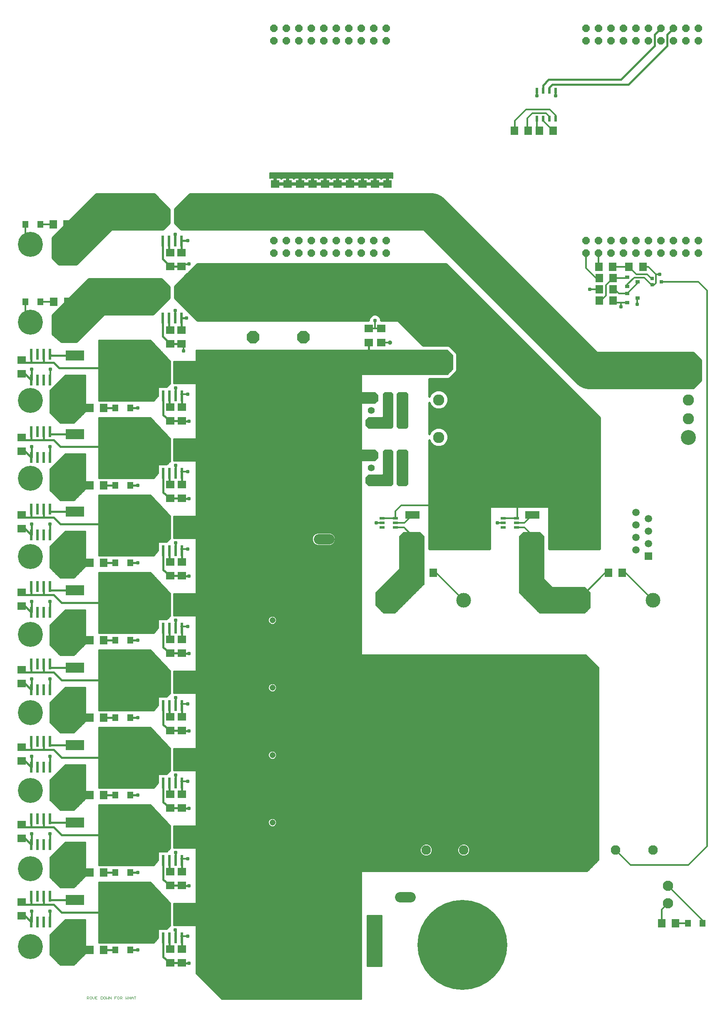
<source format=gtl>
G75*
%MOIN*%
%OFA0B0*%
%FSLAX24Y24*%
%IPPOS*%
%LPD*%
%AMOC8*
5,1,8,0,0,1.08239X$1,22.5*
%
%ADD10C,0.0020*%
%ADD11C,0.0768*%
%ADD12C,0.1181*%
%ADD13R,0.0476X0.0476*%
%ADD14C,0.0476*%
%ADD15R,0.0710X0.0630*%
%ADD16C,0.7200*%
%ADD17R,0.0472X0.0551*%
%ADD18R,0.0630X0.0709*%
%ADD19R,0.0276X0.0276*%
%ADD20R,0.0630X0.0710*%
%ADD21C,0.0827*%
%ADD22R,0.0709X0.0630*%
%ADD23R,0.0236X0.0866*%
%ADD24R,0.0756X0.0866*%
%ADD25C,0.1000*%
%ADD26OC8,0.1000*%
%ADD27C,0.0825*%
%ADD28R,0.1500X0.0820*%
%ADD29R,0.3000X0.4000*%
%ADD30C,0.0560*%
%ADD31R,0.0193X0.0512*%
%ADD32C,0.2000*%
%ADD33OC8,0.0600*%
%ADD34C,0.0594*%
%ADD35R,0.0594X0.0594*%
%ADD36C,0.0900*%
%ADD37C,0.1200*%
%ADD38R,0.1181X0.0630*%
%ADD39R,0.2250X0.1900*%
%ADD40R,0.0354X0.0315*%
%ADD41R,0.0433X0.0236*%
%ADD42C,0.0160*%
%ADD43C,0.0310*%
%ADD44C,0.0120*%
%ADD45C,0.0357*%
%ADD46C,0.0200*%
%ADD47C,0.3000*%
D10*
X019192Y005430D02*
X019192Y005650D01*
X019302Y005650D01*
X019339Y005613D01*
X019339Y005540D01*
X019302Y005503D01*
X019192Y005503D01*
X019266Y005503D02*
X019339Y005430D01*
X019413Y005467D02*
X019450Y005430D01*
X019523Y005430D01*
X019560Y005467D01*
X019560Y005613D01*
X019523Y005650D01*
X019450Y005650D01*
X019413Y005613D01*
X019413Y005467D01*
X019634Y005503D02*
X019708Y005430D01*
X019781Y005503D01*
X019781Y005650D01*
X019855Y005650D02*
X019855Y005430D01*
X020002Y005430D01*
X019929Y005540D02*
X019855Y005540D01*
X019855Y005650D02*
X020002Y005650D01*
X020297Y005650D02*
X020407Y005650D01*
X020444Y005613D01*
X020444Y005467D01*
X020407Y005430D01*
X020297Y005430D01*
X020297Y005650D01*
X020518Y005613D02*
X020518Y005467D01*
X020555Y005430D01*
X020628Y005430D01*
X020665Y005467D01*
X020665Y005613D01*
X020628Y005650D01*
X020555Y005650D01*
X020518Y005613D01*
X020739Y005650D02*
X020739Y005430D01*
X020813Y005503D01*
X020886Y005430D01*
X020886Y005650D01*
X020960Y005650D02*
X021107Y005430D01*
X021107Y005650D01*
X020960Y005650D02*
X020960Y005430D01*
X021402Y005430D02*
X021402Y005650D01*
X021549Y005650D01*
X021623Y005613D02*
X021623Y005467D01*
X021660Y005430D01*
X021733Y005430D01*
X021770Y005467D01*
X021770Y005613D01*
X021733Y005650D01*
X021660Y005650D01*
X021623Y005613D01*
X021475Y005540D02*
X021402Y005540D01*
X021844Y005503D02*
X021954Y005503D01*
X021991Y005540D01*
X021991Y005613D01*
X021954Y005650D01*
X021844Y005650D01*
X021844Y005430D01*
X021917Y005503D02*
X021991Y005430D01*
X022286Y005430D02*
X022359Y005503D01*
X022433Y005430D01*
X022433Y005650D01*
X022507Y005650D02*
X022507Y005430D01*
X022507Y005540D02*
X022654Y005540D01*
X022728Y005540D02*
X022875Y005540D01*
X022875Y005577D02*
X022875Y005430D01*
X022875Y005577D02*
X022801Y005650D01*
X022728Y005577D01*
X022728Y005430D01*
X022654Y005430D02*
X022654Y005650D01*
X022949Y005650D02*
X023096Y005650D01*
X023022Y005650D02*
X023022Y005430D01*
X022286Y005430D02*
X022286Y005650D01*
X019634Y005650D02*
X019634Y005503D01*
D11*
X043360Y017360D03*
X046360Y017360D03*
X049360Y017360D03*
X058510Y017360D03*
X061510Y017360D03*
X064510Y017360D03*
D12*
X064510Y037360D03*
X058510Y037360D03*
X049360Y037360D03*
X043360Y037360D03*
D13*
X032076Y035760D03*
X032076Y030360D03*
X032076Y024960D03*
X032076Y019560D03*
D14*
X034044Y019560D03*
X034044Y024960D03*
X034044Y030360D03*
X034044Y035760D03*
D15*
X041760Y058000D03*
X041760Y059120D03*
X042760Y059120D03*
X042760Y058000D03*
D16*
X049260Y009760D03*
X032760Y009760D03*
D17*
X022651Y009360D03*
X021469Y009360D03*
X021469Y015560D03*
X022651Y015560D03*
X022651Y021760D03*
X021469Y021760D03*
X021469Y027960D03*
X022651Y027960D03*
X022651Y034160D03*
X021469Y034160D03*
X021469Y040360D03*
X022651Y040360D03*
X022651Y046560D03*
X021469Y046560D03*
X021469Y052760D03*
X022651Y052760D03*
X015451Y061260D03*
X014269Y061260D03*
X014269Y067460D03*
X015451Y067460D03*
X067319Y011510D03*
X068501Y011510D03*
D18*
X066311Y011510D03*
X065209Y011510D03*
X042011Y011510D03*
X042011Y010110D03*
X040909Y010110D03*
X040909Y011510D03*
X040909Y008710D03*
X042011Y008710D03*
X020511Y009360D03*
X019409Y009360D03*
X019409Y015560D03*
X020511Y015560D03*
X020511Y021760D03*
X019409Y021760D03*
X019409Y027960D03*
X020511Y027960D03*
X020511Y034160D03*
X019409Y034160D03*
X019409Y040360D03*
X020511Y040360D03*
X020511Y046560D03*
X019409Y046560D03*
X019409Y052760D03*
X020511Y052760D03*
X017641Y061260D03*
X016539Y061260D03*
X016479Y067470D03*
X017581Y067470D03*
X043309Y053560D03*
X043309Y052560D03*
X043309Y051560D03*
X044411Y051560D03*
X044411Y052560D03*
X044411Y053560D03*
X044411Y048960D03*
X044411Y047960D03*
X044411Y046960D03*
X043309Y046960D03*
X043309Y047960D03*
X043309Y048960D03*
X045809Y039560D03*
X046911Y039560D03*
X060951Y039555D03*
X062054Y039555D03*
X061311Y061360D03*
X061311Y062260D03*
X061311Y063160D03*
X060209Y063160D03*
X060209Y062260D03*
X060209Y061360D03*
X056511Y074960D03*
X055409Y074960D03*
X054511Y074960D03*
X053409Y074960D03*
D19*
X064456Y063136D03*
X064456Y062624D03*
X065184Y062880D03*
D20*
X063720Y064060D03*
X062600Y064060D03*
X061305Y064070D03*
X060185Y064070D03*
D21*
X065710Y014515D03*
X065710Y013105D03*
D22*
X013960Y012109D03*
X013960Y013211D03*
X013960Y018309D03*
X013960Y019411D03*
X013960Y024509D03*
X013960Y025611D03*
X013960Y030709D03*
X013960Y031811D03*
X013960Y036909D03*
X013960Y038011D03*
X013960Y043109D03*
X013960Y044211D03*
X013960Y049309D03*
X013960Y050411D03*
X013960Y055509D03*
X013960Y056611D03*
X025860Y057909D03*
X026755Y057909D03*
X026755Y059011D03*
X025860Y059011D03*
X025860Y064109D03*
X026760Y064109D03*
X026760Y065211D03*
X025860Y065211D03*
X034260Y069609D03*
X035260Y069609D03*
X036260Y069609D03*
X037260Y069609D03*
X037260Y070711D03*
X036260Y070711D03*
X035260Y070711D03*
X034260Y070711D03*
X038260Y070711D03*
X039260Y070711D03*
X040260Y070711D03*
X040260Y069609D03*
X039260Y069609D03*
X038260Y069609D03*
X041260Y069609D03*
X042260Y069609D03*
X043260Y069609D03*
X043260Y070711D03*
X042260Y070711D03*
X041260Y070711D03*
X026782Y052822D03*
X025868Y052822D03*
X025868Y051720D03*
X026782Y051720D03*
X026782Y046622D03*
X025868Y046622D03*
X025868Y045520D03*
X026782Y045520D03*
X026782Y040422D03*
X025868Y040422D03*
X025868Y039320D03*
X026782Y039320D03*
X026782Y034222D03*
X025868Y034222D03*
X025868Y033120D03*
X026782Y033120D03*
X026782Y028022D03*
X025868Y028022D03*
X025868Y026920D03*
X026782Y026920D03*
X026782Y021822D03*
X025868Y021822D03*
X025868Y020720D03*
X026782Y020720D03*
X026782Y015622D03*
X025868Y015622D03*
X025868Y014520D03*
X026782Y014520D03*
X026782Y009422D03*
X025868Y009422D03*
X025868Y008320D03*
X026782Y008320D03*
D23*
X026776Y010347D03*
X026276Y010347D03*
X025776Y010347D03*
X025276Y010347D03*
X025276Y016547D03*
X025776Y016547D03*
X026276Y016547D03*
X026776Y016547D03*
X026776Y022747D03*
X026276Y022747D03*
X025776Y022747D03*
X025276Y022747D03*
X025276Y028947D03*
X025776Y028947D03*
X026276Y028947D03*
X026776Y028947D03*
X026776Y035147D03*
X026276Y035147D03*
X025776Y035147D03*
X025276Y035147D03*
X025276Y041347D03*
X025776Y041347D03*
X026276Y041347D03*
X026776Y041347D03*
X026776Y047547D03*
X026276Y047547D03*
X025776Y047547D03*
X025276Y047547D03*
X025276Y053747D03*
X025776Y053747D03*
X026276Y053747D03*
X026776Y053747D03*
X026770Y059956D03*
X026270Y059956D03*
X025770Y059956D03*
X025270Y059956D03*
X025270Y066136D03*
X025770Y066136D03*
X026270Y066136D03*
X026770Y066136D03*
X016230Y057064D03*
X015730Y057064D03*
X015230Y057064D03*
X014730Y057064D03*
X014730Y055016D03*
X015230Y055016D03*
X015730Y055016D03*
X016230Y055016D03*
X016230Y050864D03*
X015730Y050864D03*
X015230Y050864D03*
X014730Y050864D03*
X014730Y048816D03*
X015230Y048816D03*
X015730Y048816D03*
X016230Y048816D03*
X016230Y044664D03*
X015730Y044664D03*
X015230Y044664D03*
X014730Y044664D03*
X014730Y042616D03*
X015230Y042616D03*
X015730Y042616D03*
X016230Y042616D03*
X016230Y038464D03*
X015730Y038464D03*
X015230Y038464D03*
X014730Y038464D03*
X014730Y036416D03*
X015230Y036416D03*
X015730Y036416D03*
X016230Y036416D03*
X016230Y032264D03*
X015730Y032264D03*
X015230Y032264D03*
X014730Y032264D03*
X014730Y030216D03*
X015230Y030216D03*
X015730Y030216D03*
X016230Y030216D03*
X016230Y026064D03*
X015730Y026064D03*
X015230Y026064D03*
X014730Y026064D03*
X014730Y024016D03*
X015230Y024016D03*
X015730Y024016D03*
X016230Y024016D03*
X016230Y019864D03*
X015730Y019864D03*
X015230Y019864D03*
X014730Y019864D03*
X014730Y017816D03*
X015230Y017816D03*
X015730Y017816D03*
X016230Y017816D03*
X016230Y013664D03*
X015730Y013664D03*
X015230Y013664D03*
X014730Y013664D03*
X014730Y011616D03*
X015230Y011616D03*
X015730Y011616D03*
X016230Y011616D03*
D24*
X025526Y012395D03*
X026526Y012395D03*
X026526Y018595D03*
X025526Y018595D03*
X025526Y024795D03*
X026526Y024795D03*
X026526Y030995D03*
X025526Y030995D03*
X025526Y037195D03*
X026526Y037195D03*
X026526Y043395D03*
X025526Y043395D03*
X025526Y049595D03*
X026526Y049595D03*
X026526Y055795D03*
X025526Y055795D03*
X025520Y062004D03*
X026520Y062004D03*
X026520Y068184D03*
X025520Y068184D03*
D25*
X032485Y060448D03*
X036535Y060448D03*
D26*
X036535Y058448D03*
X032485Y058448D03*
D27*
X031573Y042260D02*
X030748Y042260D01*
X037748Y042260D02*
X038573Y042260D01*
X038085Y013610D02*
X037260Y013610D01*
X044260Y013610D02*
X045085Y013610D01*
D28*
X018210Y013360D03*
X018210Y011360D03*
X018210Y017560D03*
X018210Y019560D03*
X018210Y023760D03*
X018210Y025760D03*
X018210Y029960D03*
X018210Y031960D03*
X018210Y036160D03*
X018210Y038160D03*
X018210Y042460D03*
X018210Y044460D03*
X018210Y048660D03*
X018210Y050660D03*
X018210Y054960D03*
X018210Y056960D03*
D29*
X022460Y055960D03*
X022460Y049660D03*
X022460Y043460D03*
X022460Y037160D03*
X022460Y030960D03*
X022460Y024760D03*
X022460Y018560D03*
X022460Y012360D03*
D30*
X041960Y046960D03*
X041960Y047960D03*
X041960Y048960D03*
X041960Y051560D03*
X041960Y052560D03*
X041960Y053560D03*
D31*
X055210Y075935D03*
X055710Y075935D03*
X056210Y075935D03*
X056710Y075935D03*
X056710Y078185D03*
X056210Y078185D03*
X055710Y078185D03*
X055210Y078185D03*
D32*
X017760Y065873D03*
X014660Y065873D03*
X014660Y059623D03*
X017760Y059623D03*
X017760Y053373D03*
X014660Y053373D03*
X014660Y047123D03*
X017760Y047123D03*
X017760Y040873D03*
X014660Y040873D03*
X014660Y034623D03*
X017760Y034623D03*
X017760Y028373D03*
X014660Y028373D03*
X014660Y022123D03*
X017760Y022123D03*
X017760Y015873D03*
X014660Y015873D03*
X014660Y009623D03*
X017760Y009623D03*
D33*
X034160Y065160D03*
X034160Y066160D03*
X035160Y066160D03*
X035160Y065160D03*
X036160Y065160D03*
X036160Y066160D03*
X037160Y066160D03*
X037160Y065160D03*
X038160Y065160D03*
X038160Y066160D03*
X039160Y066160D03*
X039160Y065160D03*
X040160Y065160D03*
X040160Y066160D03*
X041160Y066160D03*
X041160Y065160D03*
X042160Y065160D03*
X042160Y066160D03*
X043160Y066160D03*
X043160Y065160D03*
X043160Y082160D03*
X043160Y083160D03*
X042160Y083160D03*
X042160Y082160D03*
X041160Y082160D03*
X041160Y083160D03*
X040160Y083160D03*
X040160Y082160D03*
X039160Y082160D03*
X039160Y083160D03*
X038160Y083160D03*
X038160Y082160D03*
X037160Y082160D03*
X037160Y083160D03*
X036160Y083160D03*
X036160Y082160D03*
X035160Y082160D03*
X035160Y083160D03*
X034160Y083160D03*
X034160Y082160D03*
X059160Y082160D03*
X059160Y083160D03*
X060160Y083160D03*
X060160Y082160D03*
X061160Y082160D03*
X061160Y083160D03*
X062160Y083160D03*
X062160Y082160D03*
X063160Y082160D03*
X063160Y083160D03*
X064160Y083160D03*
X064160Y082160D03*
X065160Y082160D03*
X065160Y083160D03*
X066160Y083160D03*
X066160Y082160D03*
X067160Y082160D03*
X067160Y083160D03*
X068160Y083160D03*
X068160Y082160D03*
X068160Y066160D03*
X068160Y065160D03*
X067160Y065160D03*
X067160Y066160D03*
X066160Y066160D03*
X066160Y065160D03*
X065160Y065160D03*
X065160Y066160D03*
X064160Y066160D03*
X064160Y065160D03*
X063160Y065160D03*
X063160Y066160D03*
X062160Y066160D03*
X062160Y065160D03*
X061160Y065160D03*
X061160Y066160D03*
X060160Y066160D03*
X060160Y065160D03*
X059160Y065160D03*
X059160Y066160D03*
D34*
X063160Y044410D03*
X064160Y043910D03*
X064160Y042910D03*
X064160Y041910D03*
X063160Y041410D03*
X063160Y042410D03*
X063160Y043410D03*
D35*
X064160Y040910D03*
D36*
X067360Y051910D03*
X067360Y053410D03*
X067360Y054910D03*
X047360Y053410D03*
X047360Y056410D03*
X047360Y050410D03*
D37*
X067360Y050410D03*
X067360Y056410D03*
D38*
X054869Y044208D03*
X054869Y042412D03*
X045269Y042412D03*
X045269Y044208D03*
D39*
X047985Y043310D03*
X057585Y043310D03*
D40*
X062466Y061186D03*
X062466Y061934D03*
X062466Y062486D03*
X062466Y063234D03*
X063293Y062860D03*
X063293Y061560D03*
D41*
X053591Y043934D03*
X053591Y043560D03*
X053591Y043186D03*
X052529Y043186D03*
X052529Y043560D03*
X052529Y043934D03*
X043891Y043934D03*
X043891Y043560D03*
X043891Y043186D03*
X042829Y043186D03*
X042829Y043560D03*
X042829Y043934D03*
D42*
X041760Y056560D02*
X041760Y058000D01*
X027960Y056460D02*
X027960Y054760D01*
X026160Y054760D01*
X026160Y056460D01*
X027960Y056460D01*
X027960Y056431D02*
X026160Y056431D01*
X026160Y056273D02*
X027960Y056273D01*
X027960Y056114D02*
X026160Y056114D01*
X026160Y055956D02*
X027960Y055956D01*
X027960Y055797D02*
X026160Y055797D01*
X026160Y055639D02*
X027960Y055639D01*
X027960Y055480D02*
X026160Y055480D01*
X026160Y055322D02*
X027960Y055322D01*
X027960Y055163D02*
X026160Y055163D01*
X026160Y055005D02*
X027960Y055005D01*
X027960Y054846D02*
X026160Y054846D01*
X025830Y054846D02*
X020160Y054846D01*
X020160Y054688D02*
X025788Y054688D01*
X025830Y054730D02*
X025560Y054460D01*
X024860Y054460D01*
X024860Y053760D01*
X024512Y053360D01*
X020160Y053360D01*
X020160Y058160D01*
X024260Y058160D01*
X025830Y056490D01*
X025830Y054730D01*
X025830Y055005D02*
X020160Y055005D01*
X020160Y055163D02*
X025830Y055163D01*
X025830Y055322D02*
X020160Y055322D01*
X020160Y055480D02*
X025830Y055480D01*
X025830Y055639D02*
X020160Y055639D01*
X020160Y055797D02*
X025830Y055797D01*
X025830Y055956D02*
X020160Y055956D01*
X020160Y056114D02*
X025830Y056114D01*
X025830Y056273D02*
X020160Y056273D01*
X020160Y056431D02*
X025830Y056431D01*
X025736Y056590D02*
X020160Y056590D01*
X020160Y056748D02*
X025587Y056748D01*
X025438Y056907D02*
X020160Y056907D01*
X020160Y057065D02*
X025289Y057065D01*
X025140Y057224D02*
X020160Y057224D01*
X020160Y057382D02*
X024991Y057382D01*
X024842Y057541D02*
X020160Y057541D01*
X020160Y057699D02*
X024693Y057699D01*
X024544Y057858D02*
X020160Y057858D01*
X020160Y058016D02*
X024395Y058016D01*
X025270Y058499D02*
X025860Y057909D01*
X026909Y057909D01*
X026755Y057909D02*
X025860Y057909D01*
X025270Y058499D02*
X025270Y059956D01*
X025770Y059956D02*
X025770Y059101D01*
X026770Y059026D02*
X026770Y059956D01*
X026874Y059960D01*
X027160Y059960D01*
X026760Y064109D02*
X025860Y064109D01*
X025270Y064699D01*
X025270Y066136D01*
X025770Y066136D02*
X025770Y065301D01*
X025860Y065211D01*
X026760Y065211D02*
X026760Y066160D01*
X027260Y066160D01*
X026770Y066136D02*
X026770Y065221D01*
X026760Y065211D01*
X022460Y055960D02*
X016960Y055960D01*
X016516Y056404D01*
X015727Y056404D01*
X015727Y057034D01*
X015730Y057064D01*
X016230Y057064D02*
X016334Y056960D01*
X018210Y056960D01*
X015727Y056404D02*
X014727Y056404D01*
X014727Y057034D01*
X014730Y057064D01*
X014727Y056404D02*
X014060Y056404D01*
X013960Y056460D01*
X013960Y056611D01*
X014745Y055870D02*
X014745Y055031D01*
X014730Y055016D01*
X014238Y055509D01*
X013960Y055509D01*
X017760Y053373D02*
X017760Y052760D01*
X019409Y052760D01*
X020160Y053420D02*
X024564Y053420D01*
X024702Y053578D02*
X020160Y053578D01*
X020160Y053737D02*
X024840Y053737D01*
X024860Y053895D02*
X020160Y053895D01*
X020160Y054054D02*
X024860Y054054D01*
X024860Y054212D02*
X020160Y054212D01*
X020160Y054371D02*
X024860Y054371D01*
X025276Y053747D02*
X025276Y052212D01*
X025868Y051720D01*
X026782Y051720D01*
X027359Y051709D01*
X027360Y051710D01*
X026782Y052822D02*
X026776Y052828D01*
X026776Y053747D01*
X026276Y053747D02*
X026276Y054256D01*
X026280Y054360D01*
X025629Y054529D02*
X020160Y054529D01*
X020511Y052760D02*
X021469Y052760D01*
X022651Y052760D02*
X023260Y052760D01*
X024260Y051960D02*
X025830Y050290D01*
X025830Y048530D01*
X025560Y048260D01*
X024860Y048260D01*
X024860Y047560D01*
X024512Y047160D01*
X020160Y047160D01*
X020160Y051960D01*
X024260Y051960D01*
X024378Y051835D02*
X020160Y051835D01*
X020160Y051676D02*
X024527Y051676D01*
X024676Y051518D02*
X020160Y051518D01*
X020160Y051359D02*
X024825Y051359D01*
X024974Y051201D02*
X020160Y051201D01*
X020160Y051042D02*
X025123Y051042D01*
X025272Y050884D02*
X020160Y050884D01*
X020160Y050725D02*
X025421Y050725D01*
X025570Y050567D02*
X020160Y050567D01*
X020160Y050408D02*
X025719Y050408D01*
X025830Y050250D02*
X020160Y050250D01*
X020160Y050091D02*
X025830Y050091D01*
X025830Y049933D02*
X020160Y049933D01*
X020160Y049774D02*
X025830Y049774D01*
X025830Y049616D02*
X020160Y049616D01*
X020160Y049457D02*
X025830Y049457D01*
X025830Y049299D02*
X020160Y049299D01*
X020160Y049140D02*
X025830Y049140D01*
X025830Y048982D02*
X020160Y048982D01*
X020160Y048823D02*
X025830Y048823D01*
X025830Y048665D02*
X020160Y048665D01*
X020160Y048506D02*
X025806Y048506D01*
X025648Y048348D02*
X020160Y048348D01*
X020160Y048189D02*
X024860Y048189D01*
X024860Y048031D02*
X020160Y048031D01*
X020160Y047872D02*
X024860Y047872D01*
X024860Y047714D02*
X020160Y047714D01*
X020160Y047555D02*
X024856Y047555D01*
X024718Y047397D02*
X020160Y047397D01*
X020160Y047238D02*
X024580Y047238D01*
X025276Y047547D02*
X025276Y046012D01*
X025868Y045520D01*
X026782Y045520D01*
X027359Y045509D01*
X027360Y045510D01*
X026782Y046622D02*
X026776Y046628D01*
X026776Y047547D01*
X026276Y047547D02*
X026276Y048156D01*
X026280Y048160D01*
X026160Y048560D02*
X027960Y048560D01*
X027960Y050260D01*
X026160Y050260D01*
X026160Y048560D01*
X026160Y048665D02*
X027960Y048665D01*
X027960Y048823D02*
X026160Y048823D01*
X026160Y048982D02*
X027960Y048982D01*
X027960Y049140D02*
X026160Y049140D01*
X026160Y049299D02*
X027960Y049299D01*
X027960Y049457D02*
X026160Y049457D01*
X026160Y049616D02*
X027960Y049616D01*
X027960Y049774D02*
X026160Y049774D01*
X026160Y049933D02*
X027960Y049933D01*
X027960Y050091D02*
X026160Y050091D01*
X026160Y050250D02*
X027960Y050250D01*
X025868Y051720D02*
X025868Y051720D01*
X025868Y052822D02*
X025776Y052914D01*
X025776Y053747D01*
X022460Y049660D02*
X017060Y049660D01*
X016516Y050204D01*
X015727Y050204D01*
X015727Y050834D01*
X015730Y050864D01*
X016230Y050864D02*
X016234Y050660D01*
X018210Y050660D01*
X016230Y049670D02*
X016230Y048816D01*
X015727Y050204D02*
X014727Y050204D01*
X014727Y050834D01*
X014730Y050864D01*
X014727Y050204D02*
X014060Y050204D01*
X013960Y050260D01*
X013960Y050411D01*
X014745Y049670D02*
X014745Y048831D01*
X014730Y048816D01*
X014238Y049309D01*
X013960Y049309D01*
X017760Y047123D02*
X017760Y046560D01*
X019409Y046560D01*
X020160Y045760D02*
X024260Y045760D01*
X025830Y044090D01*
X025830Y042330D01*
X025560Y042060D01*
X024860Y042060D01*
X024860Y041360D01*
X024512Y040960D01*
X020160Y040960D01*
X020160Y045760D01*
X020160Y045653D02*
X024361Y045653D01*
X024510Y045495D02*
X020160Y045495D01*
X020160Y045336D02*
X024659Y045336D01*
X024808Y045178D02*
X020160Y045178D01*
X020160Y045019D02*
X024957Y045019D01*
X025106Y044861D02*
X020160Y044861D01*
X020160Y044702D02*
X025255Y044702D01*
X025404Y044544D02*
X020160Y044544D01*
X020160Y044385D02*
X025553Y044385D01*
X025702Y044227D02*
X020160Y044227D01*
X020160Y044068D02*
X025830Y044068D01*
X025830Y043910D02*
X020160Y043910D01*
X020160Y043751D02*
X025830Y043751D01*
X025830Y043593D02*
X020160Y043593D01*
X020160Y043434D02*
X025830Y043434D01*
X025830Y043276D02*
X020160Y043276D01*
X020160Y043117D02*
X025830Y043117D01*
X025830Y042959D02*
X020160Y042959D01*
X020160Y042800D02*
X025830Y042800D01*
X025830Y042642D02*
X020160Y042642D01*
X020160Y042483D02*
X025830Y042483D01*
X025825Y042325D02*
X020160Y042325D01*
X020160Y042166D02*
X025666Y042166D01*
X026160Y042360D02*
X027960Y042360D01*
X027960Y044060D01*
X026160Y044060D01*
X026160Y042360D01*
X026160Y042483D02*
X027960Y042483D01*
X027960Y042642D02*
X026160Y042642D01*
X026160Y042800D02*
X027960Y042800D01*
X027960Y042959D02*
X026160Y042959D01*
X026160Y043117D02*
X027960Y043117D01*
X027960Y043276D02*
X026160Y043276D01*
X026160Y043434D02*
X027960Y043434D01*
X027960Y043593D02*
X026160Y043593D01*
X026160Y043751D02*
X027960Y043751D01*
X027960Y043910D02*
X026160Y043910D01*
X025868Y045520D02*
X025868Y045520D01*
X025868Y046622D02*
X025776Y046714D01*
X025776Y047547D01*
X023260Y046560D02*
X022651Y046560D01*
X021469Y046560D02*
X020511Y046560D01*
X018210Y044460D02*
X016234Y044460D01*
X016230Y044664D01*
X015730Y044664D02*
X015727Y044634D01*
X015727Y044004D01*
X014727Y044004D01*
X014727Y044634D01*
X014730Y044664D01*
X014727Y044004D02*
X014060Y044004D01*
X013960Y044060D01*
X013960Y044211D01*
X014745Y043470D02*
X014745Y042631D01*
X014730Y042616D01*
X014238Y043109D01*
X013960Y043109D01*
X015727Y044004D02*
X016516Y044004D01*
X017060Y043460D01*
X022460Y043460D01*
X020160Y042008D02*
X024860Y042008D01*
X024860Y041849D02*
X020160Y041849D01*
X020160Y041691D02*
X024860Y041691D01*
X024860Y041532D02*
X020160Y041532D01*
X020160Y041374D02*
X024860Y041374D01*
X024734Y041215D02*
X020160Y041215D01*
X020160Y041057D02*
X024596Y041057D01*
X025276Y041347D02*
X025276Y039812D01*
X025868Y039320D01*
X026782Y039320D01*
X027359Y039309D01*
X027360Y039310D01*
X026782Y040422D02*
X026776Y040428D01*
X026776Y041347D01*
X026276Y041347D02*
X026276Y041856D01*
X026280Y041960D01*
X025776Y041347D02*
X025776Y040514D01*
X025868Y040422D01*
X025868Y039320D02*
X025868Y039320D01*
X025237Y038521D02*
X020160Y038521D01*
X020160Y038679D02*
X025088Y038679D01*
X024939Y038838D02*
X020160Y038838D01*
X020160Y038996D02*
X024790Y038996D01*
X024641Y039155D02*
X020160Y039155D01*
X020160Y039313D02*
X024492Y039313D01*
X024343Y039472D02*
X020160Y039472D01*
X020160Y039560D02*
X024260Y039560D01*
X025830Y037890D01*
X025830Y036130D01*
X025560Y035860D01*
X024860Y035860D01*
X024860Y035160D01*
X024512Y034760D01*
X020160Y034760D01*
X020160Y039560D01*
X020511Y040360D02*
X021469Y040360D01*
X022651Y040360D02*
X023260Y040360D01*
X025386Y038362D02*
X020160Y038362D01*
X020160Y038204D02*
X025535Y038204D01*
X025684Y038045D02*
X020160Y038045D01*
X020160Y037887D02*
X025830Y037887D01*
X025830Y037728D02*
X020160Y037728D01*
X020160Y037570D02*
X025830Y037570D01*
X025830Y037411D02*
X020160Y037411D01*
X020160Y037253D02*
X025830Y037253D01*
X025830Y037094D02*
X020160Y037094D01*
X020160Y036936D02*
X025830Y036936D01*
X025830Y036777D02*
X020160Y036777D01*
X020160Y036619D02*
X025830Y036619D01*
X025830Y036460D02*
X020160Y036460D01*
X020160Y036302D02*
X025830Y036302D01*
X025830Y036143D02*
X020160Y036143D01*
X020160Y035985D02*
X025685Y035985D01*
X026160Y036160D02*
X027960Y036160D01*
X027960Y037860D01*
X026160Y037860D01*
X026160Y036160D01*
X026160Y036302D02*
X027960Y036302D01*
X027960Y036460D02*
X026160Y036460D01*
X026160Y036619D02*
X027960Y036619D01*
X027960Y036777D02*
X026160Y036777D01*
X026160Y036936D02*
X027960Y036936D01*
X027960Y037094D02*
X026160Y037094D01*
X026160Y037253D02*
X027960Y037253D01*
X027960Y037411D02*
X026160Y037411D01*
X026160Y037570D02*
X027960Y037570D01*
X027960Y037728D02*
X026160Y037728D01*
X026280Y035760D02*
X026276Y035656D01*
X026276Y035147D01*
X025776Y035147D02*
X025776Y034314D01*
X025868Y034222D01*
X025276Y033612D02*
X025868Y033120D01*
X026782Y033120D01*
X027359Y033109D01*
X027360Y033110D01*
X026782Y034222D02*
X026776Y034228D01*
X026776Y035147D01*
X025276Y035147D02*
X025276Y033612D01*
X025868Y033120D02*
X025868Y033120D01*
X025220Y032339D02*
X020160Y032339D01*
X020160Y032181D02*
X025369Y032181D01*
X025518Y032022D02*
X020160Y032022D01*
X020160Y031864D02*
X025667Y031864D01*
X025816Y031705D02*
X020160Y031705D01*
X020160Y031547D02*
X025830Y031547D01*
X025830Y031690D02*
X025830Y029930D01*
X025560Y029660D01*
X024860Y029660D01*
X024860Y028960D01*
X024512Y028560D01*
X020160Y028560D01*
X020160Y033360D01*
X024260Y033360D01*
X025830Y031690D01*
X025830Y031388D02*
X020160Y031388D01*
X020160Y031230D02*
X025830Y031230D01*
X025830Y031071D02*
X020160Y031071D01*
X020160Y030913D02*
X025830Y030913D01*
X025830Y030754D02*
X020160Y030754D01*
X020160Y030596D02*
X025830Y030596D01*
X025830Y030437D02*
X020160Y030437D01*
X020160Y030279D02*
X025830Y030279D01*
X025830Y030120D02*
X020160Y030120D01*
X020160Y029962D02*
X025830Y029962D01*
X025703Y029803D02*
X020160Y029803D01*
X020160Y029645D02*
X024860Y029645D01*
X024860Y029486D02*
X020160Y029486D01*
X020160Y029328D02*
X024860Y029328D01*
X024860Y029169D02*
X020160Y029169D01*
X020160Y029011D02*
X024860Y029011D01*
X024766Y028852D02*
X020160Y028852D01*
X020160Y028694D02*
X024628Y028694D01*
X025276Y028947D02*
X025276Y027412D01*
X025868Y026920D01*
X026782Y026920D01*
X027359Y026909D01*
X027360Y026910D01*
X026782Y028022D02*
X026776Y028028D01*
X026776Y028947D01*
X026276Y028947D02*
X026276Y029456D01*
X026280Y029560D01*
X026160Y029960D02*
X027960Y029960D01*
X027960Y031660D01*
X026160Y031660D01*
X026160Y029960D01*
X026160Y029962D02*
X027960Y029962D01*
X027960Y030120D02*
X026160Y030120D01*
X026160Y030279D02*
X027960Y030279D01*
X027960Y030437D02*
X026160Y030437D01*
X026160Y030596D02*
X027960Y030596D01*
X027960Y030754D02*
X026160Y030754D01*
X026160Y030913D02*
X027960Y030913D01*
X027960Y031071D02*
X026160Y031071D01*
X026160Y031230D02*
X027960Y031230D01*
X027960Y031388D02*
X026160Y031388D01*
X026160Y031547D02*
X027960Y031547D01*
X025776Y028947D02*
X025776Y028114D01*
X025868Y028022D01*
X025868Y026920D02*
X025868Y026920D01*
X025202Y026158D02*
X020160Y026158D01*
X020160Y026316D02*
X025053Y026316D01*
X024904Y026475D02*
X020160Y026475D01*
X020160Y026633D02*
X024755Y026633D01*
X024606Y026792D02*
X020160Y026792D01*
X020160Y026950D02*
X024457Y026950D01*
X024308Y027109D02*
X020160Y027109D01*
X020160Y027160D02*
X024260Y027160D01*
X025830Y025490D01*
X025830Y023730D01*
X025560Y023460D01*
X024860Y023460D01*
X024860Y022760D01*
X024512Y022360D01*
X020160Y022360D01*
X020160Y027160D01*
X020511Y027960D02*
X021469Y027960D01*
X022651Y027960D02*
X023260Y027960D01*
X025351Y025999D02*
X020160Y025999D01*
X020160Y025841D02*
X025500Y025841D01*
X025649Y025682D02*
X020160Y025682D01*
X020160Y025524D02*
X025798Y025524D01*
X025830Y025365D02*
X020160Y025365D01*
X020160Y025207D02*
X025830Y025207D01*
X025830Y025048D02*
X020160Y025048D01*
X020160Y024890D02*
X025830Y024890D01*
X025830Y024731D02*
X020160Y024731D01*
X020160Y024573D02*
X025830Y024573D01*
X025830Y024414D02*
X020160Y024414D01*
X020160Y024256D02*
X025830Y024256D01*
X025830Y024097D02*
X020160Y024097D01*
X020160Y023939D02*
X025830Y023939D01*
X025830Y023780D02*
X020160Y023780D01*
X020160Y023622D02*
X025722Y023622D01*
X025563Y023463D02*
X020160Y023463D01*
X020160Y023305D02*
X024860Y023305D01*
X024860Y023146D02*
X020160Y023146D01*
X020160Y022988D02*
X024860Y022988D01*
X024860Y022829D02*
X020160Y022829D01*
X020160Y022671D02*
X024782Y022671D01*
X024644Y022512D02*
X020160Y022512D01*
X020511Y021760D02*
X021469Y021760D01*
X022651Y021760D02*
X023260Y021760D01*
X024260Y020960D02*
X025830Y019290D01*
X025830Y017530D01*
X025560Y017260D01*
X024860Y017260D01*
X024860Y016560D01*
X024512Y016160D01*
X020160Y016160D01*
X020160Y020960D01*
X024260Y020960D01*
X024291Y020927D02*
X020160Y020927D01*
X020160Y020769D02*
X024440Y020769D01*
X024589Y020610D02*
X020160Y020610D01*
X020160Y020452D02*
X024738Y020452D01*
X024887Y020293D02*
X020160Y020293D01*
X020160Y020135D02*
X025036Y020135D01*
X025185Y019976D02*
X020160Y019976D01*
X020160Y019818D02*
X025334Y019818D01*
X025483Y019659D02*
X020160Y019659D01*
X020160Y019501D02*
X025632Y019501D01*
X025781Y019342D02*
X020160Y019342D01*
X020160Y019184D02*
X025830Y019184D01*
X025830Y019025D02*
X020160Y019025D01*
X020160Y018867D02*
X025830Y018867D01*
X025830Y018708D02*
X020160Y018708D01*
X020160Y018550D02*
X025830Y018550D01*
X025830Y018391D02*
X020160Y018391D01*
X020160Y018233D02*
X025830Y018233D01*
X025830Y018074D02*
X020160Y018074D01*
X020160Y017916D02*
X025830Y017916D01*
X025830Y017757D02*
X020160Y017757D01*
X020160Y017599D02*
X025830Y017599D01*
X025740Y017440D02*
X020160Y017440D01*
X020160Y017282D02*
X025582Y017282D01*
X026160Y017560D02*
X027960Y017560D01*
X027960Y019260D01*
X026160Y019260D01*
X026160Y017560D01*
X026160Y017599D02*
X027960Y017599D01*
X027960Y017757D02*
X026160Y017757D01*
X026160Y017916D02*
X027960Y017916D01*
X027960Y018074D02*
X026160Y018074D01*
X026160Y018233D02*
X027960Y018233D01*
X027960Y018391D02*
X026160Y018391D01*
X026160Y018550D02*
X027960Y018550D01*
X027960Y018708D02*
X026160Y018708D01*
X026160Y018867D02*
X027960Y018867D01*
X027960Y019025D02*
X026160Y019025D01*
X026160Y019184D02*
X027960Y019184D01*
X027359Y020709D02*
X027360Y020710D01*
X027359Y020709D02*
X026782Y020720D01*
X025868Y020720D01*
X025868Y020720D01*
X025276Y021212D01*
X025276Y022747D01*
X025776Y022747D02*
X025776Y021914D01*
X025868Y021822D01*
X026776Y021828D02*
X026776Y022747D01*
X026276Y022747D02*
X026276Y023356D01*
X026280Y023360D01*
X026160Y023760D02*
X027960Y023760D01*
X027960Y025460D01*
X026160Y025460D01*
X026160Y023760D01*
X026160Y023780D02*
X027960Y023780D01*
X027960Y023939D02*
X026160Y023939D01*
X026160Y024097D02*
X027960Y024097D01*
X027960Y024256D02*
X026160Y024256D01*
X026160Y024414D02*
X027960Y024414D01*
X027960Y024573D02*
X026160Y024573D01*
X026160Y024731D02*
X027960Y024731D01*
X027960Y024890D02*
X026160Y024890D01*
X026160Y025048D02*
X027960Y025048D01*
X027960Y025207D02*
X026160Y025207D01*
X026160Y025365D02*
X027960Y025365D01*
X026776Y021828D02*
X026782Y021822D01*
X026280Y017160D02*
X026276Y017056D01*
X026276Y016547D01*
X025776Y016547D02*
X025776Y015714D01*
X025868Y015622D01*
X025276Y015012D02*
X025868Y014520D01*
X026782Y014520D01*
X027359Y014509D01*
X027360Y014510D01*
X026782Y015622D02*
X026776Y015628D01*
X026776Y016547D01*
X025276Y016547D02*
X025276Y015012D01*
X025868Y014520D02*
X025868Y014520D01*
X025168Y013795D02*
X020160Y013795D01*
X020160Y013953D02*
X025019Y013953D01*
X024870Y014112D02*
X020160Y014112D01*
X020160Y014270D02*
X024721Y014270D01*
X024572Y014429D02*
X020160Y014429D01*
X020160Y014587D02*
X024423Y014587D01*
X024274Y014746D02*
X020160Y014746D01*
X020160Y014760D02*
X024260Y014760D01*
X025830Y013090D01*
X025830Y011330D01*
X025560Y011060D01*
X024860Y011060D01*
X024860Y010360D01*
X024512Y009960D01*
X020160Y009960D01*
X020160Y014760D01*
X020511Y015560D02*
X021469Y015560D01*
X022651Y015560D02*
X023260Y015560D01*
X024522Y016172D02*
X020160Y016172D01*
X020160Y016331D02*
X024660Y016331D01*
X024798Y016489D02*
X020160Y016489D01*
X020160Y016648D02*
X024860Y016648D01*
X024860Y016806D02*
X020160Y016806D01*
X020160Y016965D02*
X024860Y016965D01*
X024860Y017123D02*
X020160Y017123D01*
X019409Y015560D02*
X017760Y015560D01*
X017760Y015873D01*
X018210Y013360D02*
X016234Y013360D01*
X016230Y013664D01*
X015730Y013664D02*
X015727Y013634D01*
X015727Y013004D01*
X014727Y013004D01*
X014727Y013634D01*
X014730Y013664D01*
X014727Y013004D02*
X014060Y013004D01*
X013960Y013060D01*
X013960Y013211D01*
X014745Y012470D02*
X014745Y011631D01*
X014730Y011616D01*
X014238Y012109D01*
X013960Y012109D01*
X015727Y013004D02*
X016516Y013004D01*
X017160Y012360D01*
X022460Y012360D01*
X020160Y012368D02*
X025830Y012368D01*
X025830Y012210D02*
X020160Y012210D01*
X020160Y012051D02*
X025830Y012051D01*
X025830Y011893D02*
X020160Y011893D01*
X020160Y011734D02*
X025830Y011734D01*
X025830Y011576D02*
X020160Y011576D01*
X020160Y011417D02*
X025830Y011417D01*
X025759Y011259D02*
X020160Y011259D01*
X020160Y011100D02*
X025600Y011100D01*
X026160Y011360D02*
X027960Y011360D01*
X027960Y013060D01*
X026160Y013060D01*
X026160Y011360D01*
X026160Y011417D02*
X027960Y011417D01*
X027960Y011576D02*
X026160Y011576D01*
X026160Y011734D02*
X027960Y011734D01*
X027960Y011893D02*
X026160Y011893D01*
X026160Y012051D02*
X027960Y012051D01*
X027960Y012210D02*
X026160Y012210D01*
X026160Y012368D02*
X027960Y012368D01*
X027960Y012527D02*
X026160Y012527D01*
X026160Y012685D02*
X027960Y012685D01*
X027960Y012844D02*
X026160Y012844D01*
X026160Y013002D02*
X027960Y013002D01*
X026280Y010960D02*
X026276Y010956D01*
X026276Y010347D01*
X025776Y010347D02*
X025776Y009514D01*
X025868Y009422D01*
X025276Y008812D02*
X025868Y008320D01*
X026782Y008320D01*
X027359Y008309D01*
X027360Y008310D01*
X026782Y009422D02*
X026776Y009428D01*
X026776Y010347D01*
X025276Y010347D02*
X025276Y008812D01*
X025868Y008320D02*
X025868Y008320D01*
X024539Y009991D02*
X020160Y009991D01*
X020160Y010149D02*
X024676Y010149D01*
X024814Y010308D02*
X020160Y010308D01*
X020160Y010466D02*
X024860Y010466D01*
X024860Y010625D02*
X020160Y010625D01*
X020160Y010783D02*
X024860Y010783D01*
X024860Y010942D02*
X020160Y010942D01*
X020160Y012527D02*
X025830Y012527D01*
X025830Y012685D02*
X020160Y012685D01*
X020160Y012844D02*
X025830Y012844D01*
X025830Y013002D02*
X020160Y013002D01*
X020160Y013161D02*
X025764Y013161D01*
X025615Y013319D02*
X020160Y013319D01*
X020160Y013478D02*
X025466Y013478D01*
X025317Y013636D02*
X020160Y013636D01*
X016230Y012470D02*
X016230Y011616D01*
X017760Y009623D02*
X017760Y009360D01*
X019409Y009360D01*
X020511Y009360D02*
X021469Y009360D01*
X022651Y009360D02*
X023260Y009360D01*
X022460Y018560D02*
X017160Y018560D01*
X016516Y019204D01*
X015727Y019204D01*
X015727Y019834D01*
X015730Y019864D01*
X016230Y019864D02*
X016234Y019560D01*
X018210Y019560D01*
X016230Y018670D02*
X016230Y017816D01*
X015727Y019204D02*
X014727Y019204D01*
X014727Y019834D01*
X014730Y019864D01*
X014727Y019204D02*
X014060Y019204D01*
X013960Y019260D01*
X013960Y019411D01*
X014745Y018670D02*
X014745Y017831D01*
X014730Y017816D01*
X014238Y018309D01*
X013960Y018309D01*
X017760Y021760D02*
X017760Y022123D01*
X017760Y021760D02*
X019409Y021760D01*
X017160Y024760D02*
X016516Y025404D01*
X015727Y025404D01*
X015727Y026034D01*
X015730Y026064D01*
X016230Y026064D02*
X016234Y025760D01*
X018210Y025760D01*
X017160Y024760D02*
X022460Y024760D01*
X019409Y027960D02*
X017760Y027960D01*
X017760Y028373D01*
X016230Y030216D02*
X016230Y031070D01*
X016516Y031604D02*
X015727Y031604D01*
X015727Y032234D01*
X015730Y032264D01*
X016230Y032264D02*
X016234Y031960D01*
X018210Y031960D01*
X017160Y030960D02*
X016516Y031604D01*
X015727Y031604D02*
X014727Y031604D01*
X014727Y032234D01*
X014730Y032264D01*
X014727Y031604D02*
X014060Y031604D01*
X013960Y031660D01*
X013960Y031811D01*
X014745Y031070D02*
X014745Y030231D01*
X014730Y030216D01*
X014238Y030709D01*
X013960Y030709D01*
X017160Y030960D02*
X022460Y030960D01*
X020160Y032498D02*
X025071Y032498D01*
X024922Y032656D02*
X020160Y032656D01*
X020160Y032815D02*
X024773Y032815D01*
X024624Y032973D02*
X020160Y032973D01*
X020160Y033132D02*
X024475Y033132D01*
X024326Y033290D02*
X020160Y033290D01*
X020511Y034160D02*
X021469Y034160D01*
X022651Y034160D02*
X023260Y034160D01*
X024612Y034875D02*
X020160Y034875D01*
X020160Y035034D02*
X024750Y035034D01*
X024860Y035192D02*
X020160Y035192D01*
X020160Y035351D02*
X024860Y035351D01*
X024860Y035509D02*
X020160Y035509D01*
X020160Y035668D02*
X024860Y035668D01*
X024860Y035826D02*
X020160Y035826D01*
X019409Y034160D02*
X017760Y034160D01*
X017760Y034623D01*
X016230Y036416D02*
X016230Y037270D01*
X016516Y037804D02*
X015727Y037804D01*
X015727Y038434D01*
X015730Y038464D01*
X016230Y038464D02*
X016234Y038160D01*
X018210Y038160D01*
X017160Y037160D02*
X016516Y037804D01*
X015727Y037804D02*
X014727Y037804D01*
X014727Y038434D01*
X014730Y038464D01*
X014727Y037804D02*
X014060Y037804D01*
X013960Y037860D01*
X013960Y038011D01*
X014745Y037270D02*
X014745Y036431D01*
X014730Y036416D01*
X014238Y036909D01*
X013960Y036909D01*
X017160Y037160D02*
X022460Y037160D01*
X019409Y040360D02*
X017760Y040360D01*
X017760Y040873D01*
X016230Y042616D02*
X016230Y043470D01*
X014730Y026064D02*
X014727Y026034D01*
X014727Y025404D01*
X014060Y025404D01*
X013960Y025460D01*
X013960Y025611D01*
X014727Y025404D02*
X015727Y025404D01*
X016230Y024870D02*
X016230Y024016D01*
X014745Y024031D02*
X014730Y024016D01*
X014238Y024509D01*
X013960Y024509D01*
X014745Y024870D02*
X014745Y024031D01*
X041660Y012110D02*
X041660Y008110D01*
X042760Y008110D01*
X042760Y012110D01*
X041660Y012110D01*
X041660Y012051D02*
X042760Y012051D01*
X042760Y011893D02*
X041660Y011893D01*
X041660Y011734D02*
X042760Y011734D01*
X042760Y011576D02*
X041660Y011576D01*
X041660Y011417D02*
X042760Y011417D01*
X042760Y011259D02*
X041660Y011259D01*
X041660Y011100D02*
X042760Y011100D01*
X042760Y010942D02*
X041660Y010942D01*
X041660Y010783D02*
X042760Y010783D01*
X042760Y010625D02*
X041660Y010625D01*
X041660Y010466D02*
X042760Y010466D01*
X042760Y010308D02*
X041660Y010308D01*
X041660Y010149D02*
X042760Y010149D01*
X042760Y009991D02*
X041660Y009991D01*
X041660Y009832D02*
X042760Y009832D01*
X042760Y009674D02*
X041660Y009674D01*
X041660Y009515D02*
X042760Y009515D01*
X042760Y009357D02*
X041660Y009357D01*
X041660Y009198D02*
X042760Y009198D01*
X042760Y009040D02*
X041660Y009040D01*
X041660Y008881D02*
X042760Y008881D01*
X042760Y008723D02*
X041660Y008723D01*
X041660Y008564D02*
X042760Y008564D01*
X042760Y008406D02*
X041660Y008406D01*
X041660Y008247D02*
X042760Y008247D01*
X055710Y078185D02*
X055710Y078610D01*
X056160Y079060D01*
X061960Y079060D01*
X064660Y081760D01*
X064660Y082660D01*
X065160Y083160D01*
X065660Y082660D02*
X065660Y081760D01*
X062560Y078660D01*
X056460Y078660D01*
X056220Y078420D01*
X056220Y078195D01*
X065660Y082660D02*
X066160Y083160D01*
D43*
X056720Y077780D03*
X055220Y077780D03*
X055410Y074960D03*
X054510Y074960D03*
X053410Y074960D03*
X056510Y074960D03*
X065060Y063460D03*
X063260Y061060D03*
X061960Y060860D03*
X059460Y062260D03*
X044660Y053060D03*
X044660Y052060D03*
X044660Y048460D03*
X044660Y047460D03*
X042360Y043560D03*
X052060Y043560D03*
X042260Y059760D03*
X042260Y071360D03*
X041260Y071360D03*
X040260Y071360D03*
X039260Y071360D03*
X038260Y071360D03*
X037260Y071360D03*
X036260Y071360D03*
X035260Y071360D03*
X034260Y071360D03*
X027260Y066160D03*
X026260Y066660D03*
X027360Y064300D03*
X026260Y060560D03*
X027160Y059960D03*
X026920Y057320D03*
X026280Y054360D03*
X027260Y053860D03*
X027360Y051710D03*
X026280Y048160D03*
X027260Y047660D03*
X027360Y045510D03*
X026280Y041960D03*
X027260Y041460D03*
X027360Y039310D03*
X026280Y035760D03*
X027260Y035260D03*
X027360Y033110D03*
X026280Y029560D03*
X027260Y029060D03*
X027360Y026910D03*
X026280Y023360D03*
X027260Y022860D03*
X027360Y020710D03*
X026280Y017160D03*
X027260Y016660D03*
X027360Y014510D03*
X026260Y010960D03*
X027260Y010460D03*
X027360Y008310D03*
X023260Y009360D03*
X023260Y015560D03*
X023260Y021760D03*
X023260Y027960D03*
X023260Y034160D03*
X023260Y040360D03*
X023260Y046560D03*
X023260Y052760D03*
X016260Y055860D03*
X014745Y055870D03*
X014745Y049670D03*
X016230Y049670D03*
X016230Y043470D03*
X014745Y043470D03*
X014745Y037270D03*
X016230Y037270D03*
X016230Y031070D03*
X014745Y031070D03*
X014745Y024870D03*
X016230Y024870D03*
X016230Y018670D03*
X014745Y018670D03*
X014745Y012470D03*
X016230Y012470D03*
X042560Y011510D03*
X042560Y010810D03*
X042560Y010110D03*
X042560Y009410D03*
X042560Y008710D03*
X043260Y071360D03*
D44*
X043320Y071186D02*
X043320Y070771D01*
X043200Y070771D01*
X043200Y070651D01*
X042320Y070651D01*
X042320Y070771D01*
X042746Y070771D01*
X043200Y070771D01*
X043200Y071186D01*
X042885Y071186D01*
X042844Y071175D01*
X042807Y071154D01*
X042778Y071124D01*
X042760Y071094D01*
X042742Y071124D01*
X042713Y071154D01*
X042676Y071175D01*
X042635Y071186D01*
X042320Y071186D01*
X042320Y070771D01*
X042200Y070771D01*
X042200Y070651D01*
X041746Y070651D01*
X041320Y070651D01*
X041320Y070771D01*
X042200Y070771D01*
X042200Y071186D01*
X041885Y071186D01*
X041844Y071175D01*
X041807Y071154D01*
X041778Y071124D01*
X041760Y071094D01*
X041742Y071124D01*
X041713Y071154D01*
X041676Y071175D01*
X041635Y071186D01*
X041320Y071186D01*
X041320Y070771D01*
X041200Y070771D01*
X041200Y070651D01*
X040774Y070651D01*
X040320Y070651D01*
X040320Y070771D01*
X041200Y070771D01*
X041200Y071186D01*
X040885Y071186D01*
X040844Y071175D01*
X040807Y071154D01*
X040778Y071124D01*
X040760Y071094D01*
X040742Y071124D01*
X040713Y071154D01*
X040676Y071175D01*
X040635Y071186D01*
X040320Y071186D01*
X040320Y070771D01*
X040200Y070771D01*
X040200Y070651D01*
X039320Y070651D01*
X039320Y070771D01*
X039746Y070771D01*
X040200Y070771D01*
X040200Y071186D01*
X039885Y071186D01*
X039844Y071175D01*
X039807Y071154D01*
X039778Y071124D01*
X039760Y071094D01*
X039742Y071124D01*
X039713Y071154D01*
X039676Y071175D01*
X039635Y071186D01*
X039320Y071186D01*
X039320Y070771D01*
X039200Y070771D01*
X039200Y070651D01*
X038774Y070651D01*
X038320Y070651D01*
X038320Y070771D01*
X039200Y070771D01*
X039200Y071186D01*
X038885Y071186D01*
X038844Y071175D01*
X038807Y071154D01*
X038778Y071124D01*
X038760Y071094D01*
X038742Y071124D01*
X038713Y071154D01*
X038676Y071175D01*
X038635Y071186D01*
X038320Y071186D01*
X038320Y070771D01*
X038200Y070771D01*
X038200Y070651D01*
X037320Y070651D01*
X037320Y070771D01*
X037746Y070771D01*
X038200Y070771D01*
X038200Y071186D01*
X037885Y071186D01*
X037844Y071175D01*
X037807Y071154D01*
X037778Y071124D01*
X037760Y071094D01*
X037742Y071124D01*
X037713Y071154D01*
X037676Y071175D01*
X037635Y071186D01*
X037320Y071186D01*
X037320Y070771D01*
X037200Y070771D01*
X037200Y070651D01*
X036774Y070651D01*
X036320Y070651D01*
X036320Y070771D01*
X037200Y070771D01*
X037200Y071186D01*
X036885Y071186D01*
X036844Y071175D01*
X036807Y071154D01*
X036778Y071124D01*
X036760Y071094D01*
X036742Y071124D01*
X036713Y071154D01*
X036676Y071175D01*
X036635Y071186D01*
X036320Y071186D01*
X036320Y070771D01*
X036200Y070771D01*
X036200Y070651D01*
X035320Y070651D01*
X035320Y070771D01*
X035746Y070771D01*
X036200Y070771D01*
X036200Y071186D01*
X035885Y071186D01*
X035844Y071175D01*
X035807Y071154D01*
X035778Y071124D01*
X035760Y071094D01*
X035742Y071124D01*
X035713Y071154D01*
X035676Y071175D01*
X035635Y071186D01*
X035320Y071186D01*
X035320Y070771D01*
X035200Y070771D01*
X035200Y070651D01*
X034774Y070651D01*
X034320Y070651D01*
X034320Y070771D01*
X035200Y070771D01*
X035200Y071186D01*
X034885Y071186D01*
X034844Y071175D01*
X034807Y071154D01*
X034778Y071124D01*
X034760Y071094D01*
X034742Y071124D01*
X034713Y071154D01*
X034676Y071175D01*
X034635Y071186D01*
X034320Y071186D01*
X034320Y070771D01*
X034200Y070771D01*
X034200Y071186D01*
X033885Y071186D01*
X033860Y071180D01*
X033860Y071560D01*
X043660Y071560D01*
X043660Y071180D01*
X043635Y071186D01*
X043320Y071186D01*
X043320Y071120D02*
X043200Y071120D01*
X043200Y071002D02*
X043320Y071002D01*
X043320Y070883D02*
X043200Y070883D01*
X043200Y070765D02*
X042320Y070765D01*
X042320Y070883D02*
X042200Y070883D01*
X042200Y070765D02*
X041320Y070765D01*
X041320Y070883D02*
X041200Y070883D01*
X041200Y070765D02*
X040320Y070765D01*
X040320Y070883D02*
X040200Y070883D01*
X040200Y070765D02*
X039320Y070765D01*
X039320Y070883D02*
X039200Y070883D01*
X039200Y070765D02*
X038320Y070765D01*
X038320Y070883D02*
X038200Y070883D01*
X038200Y070765D02*
X037320Y070765D01*
X037320Y070883D02*
X037200Y070883D01*
X037200Y070765D02*
X036320Y070765D01*
X036320Y070883D02*
X036200Y070883D01*
X036200Y070765D02*
X035320Y070765D01*
X035320Y070883D02*
X035200Y070883D01*
X035200Y070765D02*
X034320Y070765D01*
X034320Y070883D02*
X034200Y070883D01*
X034200Y071002D02*
X034320Y071002D01*
X034320Y071120D02*
X034200Y071120D01*
X033860Y071239D02*
X043660Y071239D01*
X043660Y071357D02*
X033860Y071357D01*
X033860Y071476D02*
X043660Y071476D01*
X042775Y071120D02*
X042745Y071120D01*
X042320Y071120D02*
X042200Y071120D01*
X042200Y071002D02*
X042320Y071002D01*
X041775Y071120D02*
X041745Y071120D01*
X041320Y071120D02*
X041200Y071120D01*
X041200Y071002D02*
X041320Y071002D01*
X040775Y071120D02*
X040745Y071120D01*
X040320Y071120D02*
X040200Y071120D01*
X040200Y071002D02*
X040320Y071002D01*
X039775Y071120D02*
X039745Y071120D01*
X039320Y071120D02*
X039200Y071120D01*
X039200Y071002D02*
X039320Y071002D01*
X038775Y071120D02*
X038745Y071120D01*
X038320Y071120D02*
X038200Y071120D01*
X038200Y071002D02*
X038320Y071002D01*
X037775Y071120D02*
X037745Y071120D01*
X037320Y071120D02*
X037200Y071120D01*
X037200Y071002D02*
X037320Y071002D01*
X036775Y071120D02*
X036745Y071120D01*
X036320Y071120D02*
X036200Y071120D01*
X036200Y071002D02*
X036320Y071002D01*
X035775Y071120D02*
X035745Y071120D01*
X035320Y071120D02*
X035200Y071120D01*
X035200Y071002D02*
X035320Y071002D01*
X034775Y071120D02*
X034745Y071120D01*
X034260Y069609D02*
X035260Y069609D01*
X036260Y069609D01*
X037260Y069609D01*
X038260Y069609D01*
X039260Y069609D01*
X040260Y069609D01*
X041260Y069609D01*
X042260Y069609D01*
X043260Y069609D01*
X046260Y068460D01*
X042260Y059760D02*
X042260Y059120D01*
X042760Y059120D01*
X042260Y059120D02*
X041760Y059120D01*
X042760Y058000D02*
X043420Y058000D01*
X043460Y058010D01*
X041160Y055460D02*
X041160Y005448D01*
X029988Y005448D01*
X027960Y007475D01*
X027960Y057360D01*
X048060Y057360D01*
X048460Y056960D01*
X048460Y055860D01*
X048060Y055460D01*
X041160Y055460D01*
X041160Y055360D02*
X027960Y055360D01*
X027960Y055478D02*
X048078Y055478D01*
X048197Y055597D02*
X027960Y055597D01*
X027960Y055715D02*
X048315Y055715D01*
X048434Y055834D02*
X027960Y055834D01*
X027960Y055952D02*
X048460Y055952D01*
X048460Y056071D02*
X027960Y056071D01*
X027960Y056189D02*
X048460Y056189D01*
X048460Y056308D02*
X027960Y056308D01*
X027960Y056426D02*
X048460Y056426D01*
X048460Y056545D02*
X027960Y056545D01*
X027960Y056663D02*
X048460Y056663D01*
X048460Y056782D02*
X027960Y056782D01*
X027960Y056900D02*
X048460Y056900D01*
X048401Y057019D02*
X027960Y057019D01*
X027960Y057137D02*
X048283Y057137D01*
X048164Y057256D02*
X027960Y057256D01*
X026920Y057320D02*
X026909Y057331D01*
X026909Y057909D01*
X026270Y059956D02*
X026270Y060550D01*
X026260Y060560D01*
X026760Y064109D02*
X026760Y064160D01*
X026860Y064260D01*
X027320Y064260D01*
X027360Y064300D01*
X026270Y065770D02*
X026260Y066660D01*
X026270Y066136D02*
X026270Y065770D01*
X027960Y055241D02*
X041160Y055241D01*
X041160Y055123D02*
X027960Y055123D01*
X027960Y055004D02*
X041160Y055004D01*
X041160Y054886D02*
X027960Y054886D01*
X027960Y054767D02*
X041160Y054767D01*
X041160Y054649D02*
X027960Y054649D01*
X027960Y054530D02*
X041160Y054530D01*
X041160Y054412D02*
X027960Y054412D01*
X027960Y054293D02*
X041160Y054293D01*
X041160Y054175D02*
X027960Y054175D01*
X027960Y054056D02*
X041160Y054056D01*
X041160Y053938D02*
X027960Y053938D01*
X027960Y053819D02*
X041160Y053819D01*
X041060Y053819D02*
X042401Y053819D01*
X042460Y053760D02*
X042460Y053360D01*
X042260Y053160D01*
X041060Y053160D01*
X041060Y053960D01*
X042260Y053960D01*
X042460Y053760D01*
X042460Y053701D02*
X041060Y053701D01*
X041160Y053701D02*
X027960Y053701D01*
X027960Y053582D02*
X041160Y053582D01*
X041060Y053582D02*
X042460Y053582D01*
X042460Y053464D02*
X041060Y053464D01*
X041160Y053464D02*
X027960Y053464D01*
X027960Y053345D02*
X041160Y053345D01*
X041060Y053345D02*
X042445Y053345D01*
X042327Y053227D02*
X041060Y053227D01*
X041160Y053227D02*
X027960Y053227D01*
X027960Y053108D02*
X041160Y053108D01*
X041160Y052990D02*
X027960Y052990D01*
X027960Y052871D02*
X041160Y052871D01*
X041160Y052753D02*
X027960Y052753D01*
X027960Y052634D02*
X041160Y052634D01*
X041160Y052516D02*
X027960Y052516D01*
X027960Y052397D02*
X041160Y052397D01*
X041160Y052279D02*
X027960Y052279D01*
X027960Y052160D02*
X041160Y052160D01*
X041160Y052042D02*
X027960Y052042D01*
X027960Y051923D02*
X041160Y051923D01*
X041160Y051805D02*
X027960Y051805D01*
X027960Y051686D02*
X041160Y051686D01*
X041160Y051568D02*
X027960Y051568D01*
X027960Y051449D02*
X041160Y051449D01*
X041160Y051331D02*
X027960Y051331D01*
X027960Y051212D02*
X041160Y051212D01*
X041160Y051094D02*
X027960Y051094D01*
X027960Y050975D02*
X041160Y050975D01*
X041160Y050857D02*
X027960Y050857D01*
X027960Y050738D02*
X041160Y050738D01*
X041160Y050620D02*
X027960Y050620D01*
X027960Y050501D02*
X041160Y050501D01*
X041160Y050383D02*
X027960Y050383D01*
X027960Y050264D02*
X041160Y050264D01*
X041160Y050146D02*
X027960Y050146D01*
X027960Y050027D02*
X041160Y050027D01*
X041160Y049909D02*
X027960Y049909D01*
X027960Y049790D02*
X041160Y049790D01*
X041160Y049672D02*
X027960Y049672D01*
X027960Y049553D02*
X041160Y049553D01*
X041160Y049435D02*
X027960Y049435D01*
X027960Y049316D02*
X041160Y049316D01*
X041060Y049316D02*
X042304Y049316D01*
X042260Y049360D02*
X041060Y049360D01*
X041060Y048560D01*
X042260Y048560D01*
X042460Y048760D01*
X042460Y049160D01*
X042260Y049360D01*
X042422Y049198D02*
X041060Y049198D01*
X041160Y049198D02*
X027960Y049198D01*
X027960Y049079D02*
X041160Y049079D01*
X041060Y049079D02*
X042460Y049079D01*
X042460Y048961D02*
X041060Y048961D01*
X041160Y048961D02*
X027960Y048961D01*
X027960Y048842D02*
X041160Y048842D01*
X041060Y048842D02*
X042460Y048842D01*
X042424Y048724D02*
X041060Y048724D01*
X041160Y048724D02*
X027960Y048724D01*
X027960Y048605D02*
X041160Y048605D01*
X041060Y048605D02*
X042305Y048605D01*
X042960Y048605D02*
X043660Y048605D01*
X043660Y048487D02*
X042960Y048487D01*
X042960Y048368D02*
X043660Y048368D01*
X043660Y048250D02*
X042960Y048250D01*
X042960Y048131D02*
X043660Y048131D01*
X043660Y048013D02*
X042960Y048013D01*
X042960Y047894D02*
X043660Y047894D01*
X043660Y047776D02*
X042960Y047776D01*
X042960Y047657D02*
X043660Y047657D01*
X043660Y047539D02*
X042960Y047539D01*
X042960Y047460D02*
X042960Y049260D01*
X043060Y049360D01*
X043560Y049360D01*
X043660Y049260D01*
X043660Y046660D01*
X043560Y046560D01*
X041760Y046560D01*
X041560Y046760D01*
X041560Y047160D01*
X041760Y047360D01*
X042860Y047360D01*
X042960Y047460D01*
X042920Y047420D02*
X043660Y047420D01*
X043660Y047302D02*
X041702Y047302D01*
X041583Y047183D02*
X043660Y047183D01*
X043660Y047065D02*
X041560Y047065D01*
X041560Y046946D02*
X043660Y046946D01*
X043660Y046828D02*
X041560Y046828D01*
X041611Y046709D02*
X043660Y046709D01*
X043591Y046591D02*
X041729Y046591D01*
X041160Y046591D02*
X027960Y046591D01*
X027960Y046709D02*
X041160Y046709D01*
X041160Y046828D02*
X027960Y046828D01*
X027960Y046946D02*
X041160Y046946D01*
X041160Y047065D02*
X027960Y047065D01*
X027960Y047183D02*
X041160Y047183D01*
X041160Y047302D02*
X027960Y047302D01*
X027960Y047420D02*
X041160Y047420D01*
X041160Y047539D02*
X027960Y047539D01*
X027960Y047657D02*
X041160Y047657D01*
X041160Y047776D02*
X027960Y047776D01*
X027960Y047894D02*
X041160Y047894D01*
X041160Y048013D02*
X027960Y048013D01*
X027960Y048131D02*
X041160Y048131D01*
X041160Y048250D02*
X027960Y048250D01*
X027960Y048368D02*
X041160Y048368D01*
X041160Y048487D02*
X027960Y048487D01*
X027260Y047660D02*
X026734Y047660D01*
X026776Y047547D01*
X027960Y046472D02*
X041160Y046472D01*
X041160Y046354D02*
X027960Y046354D01*
X027960Y046235D02*
X041160Y046235D01*
X041160Y046117D02*
X027960Y046117D01*
X027960Y045998D02*
X041160Y045998D01*
X041160Y045880D02*
X027960Y045880D01*
X027960Y045761D02*
X041160Y045761D01*
X041160Y045643D02*
X027960Y045643D01*
X027960Y045524D02*
X041160Y045524D01*
X041160Y045406D02*
X027960Y045406D01*
X027960Y045287D02*
X041160Y045287D01*
X041160Y045169D02*
X027960Y045169D01*
X027960Y045050D02*
X041160Y045050D01*
X041160Y044932D02*
X027960Y044932D01*
X027960Y044813D02*
X041160Y044813D01*
X041160Y044695D02*
X027960Y044695D01*
X027960Y044576D02*
X041160Y044576D01*
X041160Y044458D02*
X027960Y044458D01*
X027960Y044339D02*
X041160Y044339D01*
X041160Y044221D02*
X027960Y044221D01*
X027960Y044102D02*
X041160Y044102D01*
X041160Y043984D02*
X027960Y043984D01*
X027960Y043865D02*
X041160Y043865D01*
X041160Y043747D02*
X027960Y043747D01*
X027960Y043628D02*
X041160Y043628D01*
X041160Y043510D02*
X027960Y043510D01*
X027960Y043391D02*
X041160Y043391D01*
X041160Y043273D02*
X027960Y043273D01*
X027960Y043154D02*
X041160Y043154D01*
X041160Y043036D02*
X027960Y043036D01*
X027960Y042917D02*
X041160Y042917D01*
X041160Y042799D02*
X027960Y042799D01*
X027960Y042680D02*
X037429Y042680D01*
X037452Y042703D02*
X037305Y042556D01*
X037225Y042364D01*
X037225Y042156D01*
X037305Y041964D01*
X037452Y041817D01*
X037644Y041738D01*
X038676Y041738D01*
X038868Y041817D01*
X039015Y041964D01*
X039095Y042156D01*
X039095Y042364D01*
X039015Y042556D01*
X038868Y042703D01*
X038676Y042782D01*
X037644Y042782D01*
X037452Y042703D01*
X037310Y042562D02*
X027960Y042562D01*
X027960Y042443D02*
X037258Y042443D01*
X037225Y042325D02*
X027960Y042325D01*
X027960Y042206D02*
X037225Y042206D01*
X037253Y042088D02*
X027960Y042088D01*
X027960Y041969D02*
X037302Y041969D01*
X037418Y041851D02*
X027960Y041851D01*
X027960Y041732D02*
X041160Y041732D01*
X041160Y041614D02*
X027960Y041614D01*
X027960Y041495D02*
X041160Y041495D01*
X041160Y041377D02*
X027960Y041377D01*
X027960Y041258D02*
X041160Y041258D01*
X041160Y041140D02*
X027960Y041140D01*
X027960Y041021D02*
X041160Y041021D01*
X041160Y040903D02*
X027960Y040903D01*
X027960Y040784D02*
X041160Y040784D01*
X041160Y040666D02*
X027960Y040666D01*
X027960Y040547D02*
X041160Y040547D01*
X041160Y040429D02*
X027960Y040429D01*
X027960Y040310D02*
X041160Y040310D01*
X041160Y040192D02*
X027960Y040192D01*
X027960Y040073D02*
X041160Y040073D01*
X041160Y039955D02*
X027960Y039955D01*
X027960Y039836D02*
X041160Y039836D01*
X041160Y039718D02*
X027960Y039718D01*
X027960Y039599D02*
X041160Y039599D01*
X041160Y039481D02*
X027960Y039481D01*
X027960Y039362D02*
X041160Y039362D01*
X041160Y039244D02*
X027960Y039244D01*
X027960Y039125D02*
X041160Y039125D01*
X041160Y039007D02*
X027960Y039007D01*
X027960Y038888D02*
X041160Y038888D01*
X041160Y038770D02*
X027960Y038770D01*
X027960Y038651D02*
X041160Y038651D01*
X041160Y038533D02*
X027960Y038533D01*
X027960Y038414D02*
X041160Y038414D01*
X041160Y038296D02*
X027960Y038296D01*
X027960Y038177D02*
X041160Y038177D01*
X041160Y038059D02*
X027960Y038059D01*
X027960Y037940D02*
X041160Y037940D01*
X041160Y037822D02*
X027960Y037822D01*
X027960Y037703D02*
X041160Y037703D01*
X041160Y037585D02*
X027960Y037585D01*
X027960Y037466D02*
X041160Y037466D01*
X041160Y037348D02*
X027960Y037348D01*
X027960Y037229D02*
X041160Y037229D01*
X041160Y037111D02*
X027960Y037111D01*
X027960Y036992D02*
X041160Y036992D01*
X041160Y036874D02*
X027960Y036874D01*
X027960Y036755D02*
X041160Y036755D01*
X041160Y036637D02*
X027960Y036637D01*
X027960Y036518D02*
X041160Y036518D01*
X041160Y036400D02*
X027960Y036400D01*
X027960Y036281D02*
X041160Y036281D01*
X041160Y036163D02*
X027960Y036163D01*
X027960Y036044D02*
X033836Y036044D01*
X033847Y036055D02*
X033749Y035957D01*
X033696Y035829D01*
X033696Y035691D01*
X033749Y035563D01*
X033847Y035465D01*
X033975Y035412D01*
X034113Y035412D01*
X034241Y035465D01*
X034339Y035563D01*
X034392Y035691D01*
X034392Y035829D01*
X034339Y035957D01*
X034241Y036055D01*
X034113Y036108D01*
X033975Y036108D01*
X033847Y036055D01*
X033736Y035926D02*
X027960Y035926D01*
X027960Y035807D02*
X033696Y035807D01*
X033697Y035689D02*
X027960Y035689D01*
X027960Y035570D02*
X033746Y035570D01*
X033880Y035452D02*
X027960Y035452D01*
X027960Y035333D02*
X041160Y035333D01*
X041160Y035215D02*
X027960Y035215D01*
X027960Y035096D02*
X041160Y035096D01*
X041160Y034978D02*
X027960Y034978D01*
X027960Y034859D02*
X041160Y034859D01*
X041160Y034741D02*
X027960Y034741D01*
X027960Y034622D02*
X041160Y034622D01*
X041160Y034504D02*
X027960Y034504D01*
X027960Y034385D02*
X041160Y034385D01*
X041160Y034267D02*
X027960Y034267D01*
X027960Y034148D02*
X041160Y034148D01*
X041160Y034030D02*
X027960Y034030D01*
X027960Y033911D02*
X041160Y033911D01*
X041160Y033793D02*
X027960Y033793D01*
X027960Y033674D02*
X041160Y033674D01*
X041160Y033556D02*
X027960Y033556D01*
X027960Y033437D02*
X041160Y033437D01*
X041160Y033319D02*
X027960Y033319D01*
X027960Y033200D02*
X041160Y033200D01*
X041160Y033082D02*
X027960Y033082D01*
X027960Y032963D02*
X041160Y032963D01*
X041160Y032845D02*
X027960Y032845D01*
X027960Y032726D02*
X041160Y032726D01*
X041160Y032608D02*
X027960Y032608D01*
X027960Y032489D02*
X041160Y032489D01*
X041160Y032371D02*
X027960Y032371D01*
X027960Y032252D02*
X041160Y032252D01*
X041160Y032134D02*
X027960Y032134D01*
X027960Y032015D02*
X041160Y032015D01*
X041160Y031897D02*
X027960Y031897D01*
X027960Y031778D02*
X041160Y031778D01*
X041160Y031660D02*
X027960Y031660D01*
X027960Y031541D02*
X041160Y031541D01*
X041160Y031423D02*
X027960Y031423D01*
X027960Y031304D02*
X041160Y031304D01*
X041160Y031186D02*
X027960Y031186D01*
X027960Y031067D02*
X041160Y031067D01*
X041160Y030949D02*
X027960Y030949D01*
X027960Y030830D02*
X041160Y030830D01*
X041160Y030712D02*
X027960Y030712D01*
X027960Y030593D02*
X033785Y030593D01*
X033749Y030557D02*
X033696Y030429D01*
X033696Y030291D01*
X033749Y030163D01*
X033847Y030065D01*
X033975Y030012D01*
X034113Y030012D01*
X034241Y030065D01*
X034339Y030163D01*
X034392Y030291D01*
X034392Y030429D01*
X034339Y030557D01*
X034241Y030655D01*
X034113Y030708D01*
X033975Y030708D01*
X033847Y030655D01*
X033749Y030557D01*
X033715Y030475D02*
X027960Y030475D01*
X027960Y030356D02*
X033696Y030356D01*
X033719Y030238D02*
X027960Y030238D01*
X027960Y030119D02*
X033793Y030119D01*
X034295Y030119D02*
X041160Y030119D01*
X041160Y030001D02*
X027960Y030001D01*
X027960Y029882D02*
X041160Y029882D01*
X041160Y029764D02*
X027960Y029764D01*
X027960Y029645D02*
X041160Y029645D01*
X041160Y029527D02*
X027960Y029527D01*
X027960Y029408D02*
X041160Y029408D01*
X041160Y029290D02*
X027960Y029290D01*
X027960Y029171D02*
X041160Y029171D01*
X041160Y029053D02*
X027960Y029053D01*
X027960Y028934D02*
X041160Y028934D01*
X041160Y028816D02*
X027960Y028816D01*
X027960Y028697D02*
X041160Y028697D01*
X041160Y028579D02*
X027960Y028579D01*
X027960Y028460D02*
X041160Y028460D01*
X041160Y028342D02*
X027960Y028342D01*
X027960Y028223D02*
X041160Y028223D01*
X041160Y028105D02*
X027960Y028105D01*
X027960Y027986D02*
X041160Y027986D01*
X041160Y027868D02*
X027960Y027868D01*
X027960Y027749D02*
X041160Y027749D01*
X041160Y027631D02*
X027960Y027631D01*
X027960Y027512D02*
X041160Y027512D01*
X041160Y027394D02*
X027960Y027394D01*
X027960Y027275D02*
X041160Y027275D01*
X041160Y027157D02*
X027960Y027157D01*
X027960Y027038D02*
X041160Y027038D01*
X041160Y026920D02*
X027960Y026920D01*
X027960Y026801D02*
X041160Y026801D01*
X041160Y026683D02*
X027960Y026683D01*
X027960Y026564D02*
X041160Y026564D01*
X041160Y026446D02*
X027960Y026446D01*
X027960Y026327D02*
X041160Y026327D01*
X041160Y026209D02*
X027960Y026209D01*
X027960Y026090D02*
X041160Y026090D01*
X041160Y025972D02*
X027960Y025972D01*
X027960Y025853D02*
X041160Y025853D01*
X041160Y025735D02*
X027960Y025735D01*
X027960Y025616D02*
X041160Y025616D01*
X041160Y025498D02*
X027960Y025498D01*
X027960Y025379D02*
X041160Y025379D01*
X041160Y025261D02*
X034228Y025261D01*
X034241Y025255D02*
X034113Y025308D01*
X033975Y025308D01*
X033847Y025255D01*
X033749Y025157D01*
X033696Y025029D01*
X033696Y024891D01*
X033749Y024763D01*
X033847Y024665D01*
X033975Y024612D01*
X034113Y024612D01*
X034241Y024665D01*
X034339Y024763D01*
X034392Y024891D01*
X034392Y025029D01*
X034339Y025157D01*
X034241Y025255D01*
X034345Y025142D02*
X041160Y025142D01*
X041160Y025024D02*
X034392Y025024D01*
X034392Y024905D02*
X041160Y024905D01*
X041160Y024787D02*
X034349Y024787D01*
X034244Y024668D02*
X041160Y024668D01*
X041160Y024550D02*
X027960Y024550D01*
X027960Y024668D02*
X033844Y024668D01*
X033740Y024787D02*
X027960Y024787D01*
X027960Y024905D02*
X033696Y024905D01*
X033696Y025024D02*
X027960Y025024D01*
X027960Y025142D02*
X033743Y025142D01*
X033861Y025261D02*
X027960Y025261D01*
X027960Y024431D02*
X041160Y024431D01*
X041160Y024313D02*
X027960Y024313D01*
X027960Y024194D02*
X041160Y024194D01*
X041160Y024076D02*
X027960Y024076D01*
X027960Y023957D02*
X041160Y023957D01*
X041160Y023839D02*
X027960Y023839D01*
X027960Y023720D02*
X041160Y023720D01*
X041160Y023602D02*
X027960Y023602D01*
X027960Y023483D02*
X041160Y023483D01*
X041160Y023365D02*
X027960Y023365D01*
X027960Y023246D02*
X041160Y023246D01*
X041160Y023128D02*
X027960Y023128D01*
X027960Y023009D02*
X041160Y023009D01*
X041160Y022891D02*
X027960Y022891D01*
X027960Y022772D02*
X041160Y022772D01*
X041160Y022654D02*
X027960Y022654D01*
X027960Y022535D02*
X041160Y022535D01*
X041160Y022417D02*
X027960Y022417D01*
X027960Y022298D02*
X041160Y022298D01*
X041160Y022180D02*
X027960Y022180D01*
X027960Y022061D02*
X041160Y022061D01*
X041160Y021943D02*
X027960Y021943D01*
X027960Y021824D02*
X041160Y021824D01*
X041160Y021706D02*
X027960Y021706D01*
X027960Y021587D02*
X041160Y021587D01*
X041160Y021469D02*
X027960Y021469D01*
X027960Y021350D02*
X041160Y021350D01*
X041160Y021232D02*
X027960Y021232D01*
X027960Y021113D02*
X041160Y021113D01*
X041160Y020995D02*
X027960Y020995D01*
X027960Y020876D02*
X041160Y020876D01*
X041160Y020758D02*
X027960Y020758D01*
X027960Y020639D02*
X041160Y020639D01*
X041160Y020521D02*
X027960Y020521D01*
X027960Y020402D02*
X041160Y020402D01*
X041160Y020284D02*
X027960Y020284D01*
X027960Y020165D02*
X041160Y020165D01*
X041160Y020047D02*
X027960Y020047D01*
X027960Y019928D02*
X041160Y019928D01*
X041160Y019810D02*
X034287Y019810D01*
X034241Y019855D02*
X034113Y019908D01*
X033975Y019908D01*
X033847Y019855D01*
X033749Y019757D01*
X033696Y019629D01*
X033696Y019491D01*
X033749Y019363D01*
X033847Y019265D01*
X033975Y019212D01*
X034113Y019212D01*
X034241Y019265D01*
X034339Y019363D01*
X034392Y019491D01*
X034392Y019629D01*
X034339Y019757D01*
X034241Y019855D01*
X034366Y019691D02*
X041160Y019691D01*
X041160Y019573D02*
X034392Y019573D01*
X034377Y019454D02*
X041160Y019454D01*
X041160Y019336D02*
X034312Y019336D01*
X034125Y019217D02*
X041160Y019217D01*
X041160Y019099D02*
X027960Y019099D01*
X027960Y019217D02*
X033963Y019217D01*
X033777Y019336D02*
X027960Y019336D01*
X027960Y019454D02*
X033712Y019454D01*
X033696Y019573D02*
X027960Y019573D01*
X027960Y019691D02*
X033722Y019691D01*
X033802Y019810D02*
X027960Y019810D01*
X027960Y018980D02*
X041160Y018980D01*
X041160Y018862D02*
X027960Y018862D01*
X027960Y018743D02*
X041160Y018743D01*
X041160Y018625D02*
X027960Y018625D01*
X027960Y018506D02*
X041160Y018506D01*
X041160Y018388D02*
X027960Y018388D01*
X027960Y018269D02*
X041160Y018269D01*
X041160Y018151D02*
X027960Y018151D01*
X027960Y018032D02*
X041160Y018032D01*
X041160Y017914D02*
X027960Y017914D01*
X027960Y017795D02*
X041160Y017795D01*
X041160Y017677D02*
X027960Y017677D01*
X027960Y017558D02*
X041160Y017558D01*
X041160Y017440D02*
X027960Y017440D01*
X027960Y017321D02*
X041160Y017321D01*
X041160Y017203D02*
X027960Y017203D01*
X027960Y017084D02*
X041160Y017084D01*
X041160Y016966D02*
X027960Y016966D01*
X027960Y016847D02*
X041160Y016847D01*
X041160Y016729D02*
X027960Y016729D01*
X027960Y016610D02*
X041160Y016610D01*
X041160Y016492D02*
X027960Y016492D01*
X027960Y016373D02*
X041160Y016373D01*
X041160Y016255D02*
X027960Y016255D01*
X027960Y016136D02*
X041160Y016136D01*
X041160Y016018D02*
X027960Y016018D01*
X027960Y015899D02*
X041160Y015899D01*
X041160Y015781D02*
X027960Y015781D01*
X027960Y015662D02*
X041160Y015662D01*
X041160Y015544D02*
X027960Y015544D01*
X027960Y015425D02*
X041160Y015425D01*
X041160Y015307D02*
X027960Y015307D01*
X027960Y015188D02*
X041160Y015188D01*
X041160Y015070D02*
X027960Y015070D01*
X027960Y014951D02*
X041160Y014951D01*
X041160Y014833D02*
X027960Y014833D01*
X027960Y014714D02*
X041160Y014714D01*
X041160Y014596D02*
X027960Y014596D01*
X027960Y014477D02*
X041160Y014477D01*
X041160Y014359D02*
X027960Y014359D01*
X027960Y014240D02*
X041160Y014240D01*
X041160Y014122D02*
X027960Y014122D01*
X027960Y014003D02*
X041160Y014003D01*
X041160Y013885D02*
X027960Y013885D01*
X027960Y013766D02*
X041160Y013766D01*
X041160Y013648D02*
X027960Y013648D01*
X027960Y013529D02*
X041160Y013529D01*
X041160Y013411D02*
X027960Y013411D01*
X027960Y013292D02*
X041160Y013292D01*
X041160Y013174D02*
X027960Y013174D01*
X027960Y013055D02*
X041160Y013055D01*
X041160Y012937D02*
X027960Y012937D01*
X027960Y012818D02*
X041160Y012818D01*
X041160Y012700D02*
X027960Y012700D01*
X027960Y012581D02*
X041160Y012581D01*
X041160Y012463D02*
X027960Y012463D01*
X027960Y012344D02*
X041160Y012344D01*
X041160Y012226D02*
X027960Y012226D01*
X027960Y012107D02*
X041160Y012107D01*
X041160Y011989D02*
X027960Y011989D01*
X027960Y011870D02*
X041160Y011870D01*
X041160Y011752D02*
X027960Y011752D01*
X027960Y011633D02*
X041160Y011633D01*
X041160Y011515D02*
X027960Y011515D01*
X027960Y011396D02*
X041160Y011396D01*
X041160Y011278D02*
X027960Y011278D01*
X027960Y011159D02*
X041160Y011159D01*
X041160Y011041D02*
X027960Y011041D01*
X027960Y010922D02*
X041160Y010922D01*
X041160Y010804D02*
X027960Y010804D01*
X027960Y010685D02*
X041160Y010685D01*
X041160Y010567D02*
X027960Y010567D01*
X027960Y010448D02*
X041160Y010448D01*
X041160Y010330D02*
X027960Y010330D01*
X027960Y010211D02*
X041160Y010211D01*
X041160Y010093D02*
X027960Y010093D01*
X027960Y009974D02*
X041160Y009974D01*
X041160Y009856D02*
X027960Y009856D01*
X027960Y009737D02*
X041160Y009737D01*
X041160Y009619D02*
X027960Y009619D01*
X027960Y009500D02*
X041160Y009500D01*
X041160Y009382D02*
X027960Y009382D01*
X027960Y009263D02*
X041160Y009263D01*
X041160Y009145D02*
X027960Y009145D01*
X027960Y009026D02*
X041160Y009026D01*
X041160Y008908D02*
X027960Y008908D01*
X027960Y008789D02*
X041160Y008789D01*
X041160Y008671D02*
X027960Y008671D01*
X027960Y008552D02*
X041160Y008552D01*
X041160Y008434D02*
X027960Y008434D01*
X027960Y008315D02*
X041160Y008315D01*
X041160Y008197D02*
X027960Y008197D01*
X027960Y008078D02*
X041160Y008078D01*
X041160Y007960D02*
X027960Y007960D01*
X027960Y007841D02*
X041160Y007841D01*
X041160Y007723D02*
X027960Y007723D01*
X027960Y007604D02*
X041160Y007604D01*
X041160Y007486D02*
X027960Y007486D01*
X028068Y007367D02*
X041160Y007367D01*
X041160Y007249D02*
X028186Y007249D01*
X028305Y007130D02*
X041160Y007130D01*
X041160Y007012D02*
X028423Y007012D01*
X028542Y006893D02*
X041160Y006893D01*
X041160Y006775D02*
X028660Y006775D01*
X028779Y006656D02*
X041160Y006656D01*
X041160Y006538D02*
X028897Y006538D01*
X029016Y006419D02*
X041160Y006419D01*
X041160Y006301D02*
X029134Y006301D01*
X029253Y006182D02*
X041160Y006182D01*
X041160Y006064D02*
X029371Y006064D01*
X029490Y005945D02*
X041160Y005945D01*
X041160Y005827D02*
X029608Y005827D01*
X029727Y005708D02*
X041160Y005708D01*
X041160Y005590D02*
X029845Y005590D01*
X029964Y005471D02*
X041160Y005471D01*
X040160Y015660D02*
X040160Y032960D01*
X059160Y032960D01*
X060160Y031960D01*
X060160Y016560D01*
X059260Y015660D01*
X040160Y015660D01*
X040160Y015662D02*
X059262Y015662D01*
X059381Y015781D02*
X040160Y015781D01*
X040160Y015899D02*
X059499Y015899D01*
X059618Y016018D02*
X040160Y016018D01*
X040160Y016136D02*
X059736Y016136D01*
X059855Y016255D02*
X040160Y016255D01*
X040160Y016373D02*
X059973Y016373D01*
X060092Y016492D02*
X040160Y016492D01*
X040160Y016610D02*
X060160Y016610D01*
X060160Y016729D02*
X040160Y016729D01*
X040160Y016847D02*
X060160Y016847D01*
X060160Y016966D02*
X049664Y016966D01*
X049640Y016941D02*
X049779Y017080D01*
X049854Y017262D01*
X049854Y017458D01*
X049779Y017640D01*
X049640Y017779D01*
X049458Y017854D01*
X049262Y017854D01*
X049080Y017779D01*
X048941Y017640D01*
X048866Y017458D01*
X048866Y017262D01*
X048941Y017080D01*
X049080Y016941D01*
X049262Y016866D01*
X049458Y016866D01*
X049640Y016941D01*
X049780Y017084D02*
X060160Y017084D01*
X060160Y017203D02*
X049829Y017203D01*
X049854Y017321D02*
X060160Y017321D01*
X060160Y017440D02*
X049854Y017440D01*
X049813Y017558D02*
X060160Y017558D01*
X060160Y017677D02*
X049742Y017677D01*
X049600Y017795D02*
X060160Y017795D01*
X060160Y017914D02*
X040160Y017914D01*
X040160Y018032D02*
X060160Y018032D01*
X060160Y018151D02*
X040160Y018151D01*
X040160Y018269D02*
X060160Y018269D01*
X060160Y018388D02*
X040160Y018388D01*
X040160Y018506D02*
X060160Y018506D01*
X060160Y018625D02*
X040160Y018625D01*
X040160Y018743D02*
X060160Y018743D01*
X060160Y018862D02*
X040160Y018862D01*
X040160Y018980D02*
X060160Y018980D01*
X060160Y019099D02*
X040160Y019099D01*
X040160Y019217D02*
X060160Y019217D01*
X060160Y019336D02*
X040160Y019336D01*
X040160Y019454D02*
X060160Y019454D01*
X060160Y019573D02*
X040160Y019573D01*
X040160Y019691D02*
X060160Y019691D01*
X060160Y019810D02*
X040160Y019810D01*
X040160Y019928D02*
X060160Y019928D01*
X060160Y020047D02*
X040160Y020047D01*
X040160Y020165D02*
X060160Y020165D01*
X060160Y020284D02*
X040160Y020284D01*
X040160Y020402D02*
X060160Y020402D01*
X060160Y020521D02*
X040160Y020521D01*
X040160Y020639D02*
X060160Y020639D01*
X060160Y020758D02*
X040160Y020758D01*
X040160Y020876D02*
X060160Y020876D01*
X060160Y020995D02*
X040160Y020995D01*
X040160Y021113D02*
X060160Y021113D01*
X060160Y021232D02*
X040160Y021232D01*
X040160Y021350D02*
X060160Y021350D01*
X060160Y021469D02*
X040160Y021469D01*
X040160Y021587D02*
X060160Y021587D01*
X060160Y021706D02*
X040160Y021706D01*
X040160Y021824D02*
X060160Y021824D01*
X060160Y021943D02*
X040160Y021943D01*
X040160Y022061D02*
X060160Y022061D01*
X060160Y022180D02*
X040160Y022180D01*
X040160Y022298D02*
X060160Y022298D01*
X060160Y022417D02*
X040160Y022417D01*
X040160Y022535D02*
X060160Y022535D01*
X060160Y022654D02*
X040160Y022654D01*
X040160Y022772D02*
X060160Y022772D01*
X060160Y022891D02*
X040160Y022891D01*
X040160Y023009D02*
X060160Y023009D01*
X060160Y023128D02*
X040160Y023128D01*
X040160Y023246D02*
X060160Y023246D01*
X060160Y023365D02*
X040160Y023365D01*
X040160Y023483D02*
X060160Y023483D01*
X060160Y023602D02*
X040160Y023602D01*
X040160Y023720D02*
X060160Y023720D01*
X060160Y023839D02*
X040160Y023839D01*
X040160Y023957D02*
X060160Y023957D01*
X060160Y024076D02*
X040160Y024076D01*
X040160Y024194D02*
X060160Y024194D01*
X060160Y024313D02*
X040160Y024313D01*
X040160Y024431D02*
X060160Y024431D01*
X060160Y024550D02*
X040160Y024550D01*
X040160Y024668D02*
X060160Y024668D01*
X060160Y024787D02*
X040160Y024787D01*
X040160Y024905D02*
X060160Y024905D01*
X060160Y025024D02*
X040160Y025024D01*
X040160Y025142D02*
X060160Y025142D01*
X060160Y025261D02*
X040160Y025261D01*
X040160Y025379D02*
X060160Y025379D01*
X060160Y025498D02*
X040160Y025498D01*
X040160Y025616D02*
X060160Y025616D01*
X060160Y025735D02*
X040160Y025735D01*
X040160Y025853D02*
X060160Y025853D01*
X060160Y025972D02*
X040160Y025972D01*
X040160Y026090D02*
X060160Y026090D01*
X060160Y026209D02*
X040160Y026209D01*
X040160Y026327D02*
X060160Y026327D01*
X060160Y026446D02*
X040160Y026446D01*
X040160Y026564D02*
X060160Y026564D01*
X060160Y026683D02*
X040160Y026683D01*
X040160Y026801D02*
X060160Y026801D01*
X060160Y026920D02*
X040160Y026920D01*
X040160Y027038D02*
X060160Y027038D01*
X060160Y027157D02*
X040160Y027157D01*
X040160Y027275D02*
X060160Y027275D01*
X060160Y027394D02*
X040160Y027394D01*
X040160Y027512D02*
X060160Y027512D01*
X060160Y027631D02*
X040160Y027631D01*
X040160Y027749D02*
X060160Y027749D01*
X060160Y027868D02*
X040160Y027868D01*
X040160Y027986D02*
X060160Y027986D01*
X060160Y028105D02*
X040160Y028105D01*
X040160Y028223D02*
X060160Y028223D01*
X060160Y028342D02*
X040160Y028342D01*
X040160Y028460D02*
X060160Y028460D01*
X060160Y028579D02*
X040160Y028579D01*
X040160Y028697D02*
X060160Y028697D01*
X060160Y028816D02*
X040160Y028816D01*
X040160Y028934D02*
X060160Y028934D01*
X060160Y029053D02*
X040160Y029053D01*
X040160Y029171D02*
X060160Y029171D01*
X060160Y029290D02*
X040160Y029290D01*
X040160Y029408D02*
X060160Y029408D01*
X060160Y029527D02*
X040160Y029527D01*
X040160Y029645D02*
X060160Y029645D01*
X060160Y029764D02*
X040160Y029764D01*
X040160Y029882D02*
X060160Y029882D01*
X060160Y030001D02*
X040160Y030001D01*
X040160Y030119D02*
X060160Y030119D01*
X060160Y030238D02*
X040160Y030238D01*
X040160Y030356D02*
X060160Y030356D01*
X060160Y030475D02*
X040160Y030475D01*
X040160Y030593D02*
X060160Y030593D01*
X060160Y030712D02*
X040160Y030712D01*
X040160Y030830D02*
X060160Y030830D01*
X060160Y030949D02*
X040160Y030949D01*
X040160Y031067D02*
X060160Y031067D01*
X060160Y031186D02*
X040160Y031186D01*
X040160Y031304D02*
X060160Y031304D01*
X060160Y031423D02*
X040160Y031423D01*
X040160Y031541D02*
X060160Y031541D01*
X060160Y031660D02*
X040160Y031660D01*
X040160Y031778D02*
X060160Y031778D01*
X060160Y031897D02*
X040160Y031897D01*
X040160Y032015D02*
X060105Y032015D01*
X059986Y032134D02*
X040160Y032134D01*
X040160Y032252D02*
X059868Y032252D01*
X059749Y032371D02*
X040160Y032371D01*
X040160Y032489D02*
X059631Y032489D01*
X059512Y032608D02*
X040160Y032608D01*
X040160Y032726D02*
X059394Y032726D01*
X059275Y032845D02*
X040160Y032845D01*
X041160Y035452D02*
X034208Y035452D01*
X034342Y035570D02*
X041160Y035570D01*
X041160Y035689D02*
X034391Y035689D01*
X034392Y035807D02*
X041160Y035807D01*
X041160Y035926D02*
X034352Y035926D01*
X034252Y036044D02*
X041160Y036044D01*
X042360Y036960D02*
X042360Y037960D01*
X044260Y039860D01*
X044260Y042460D01*
X044560Y042760D01*
X045860Y042760D01*
X046160Y042460D01*
X046160Y038660D01*
X043860Y036360D01*
X042960Y036360D01*
X042360Y036960D01*
X042360Y036992D02*
X044492Y036992D01*
X044374Y036874D02*
X042446Y036874D01*
X042565Y036755D02*
X044255Y036755D01*
X044137Y036637D02*
X042683Y036637D01*
X042802Y036518D02*
X044018Y036518D01*
X043900Y036400D02*
X042920Y036400D01*
X042360Y037111D02*
X044611Y037111D01*
X044729Y037229D02*
X042360Y037229D01*
X042360Y037348D02*
X044848Y037348D01*
X044966Y037466D02*
X042360Y037466D01*
X042360Y037585D02*
X045085Y037585D01*
X045203Y037703D02*
X042360Y037703D01*
X042360Y037822D02*
X045322Y037822D01*
X045440Y037940D02*
X042360Y037940D01*
X042459Y038059D02*
X045559Y038059D01*
X045677Y038177D02*
X042577Y038177D01*
X042696Y038296D02*
X045796Y038296D01*
X045914Y038414D02*
X042814Y038414D01*
X042933Y038533D02*
X046033Y038533D01*
X046151Y038651D02*
X043051Y038651D01*
X043170Y038770D02*
X046160Y038770D01*
X046160Y038888D02*
X043288Y038888D01*
X043407Y039007D02*
X046160Y039007D01*
X046160Y039125D02*
X043525Y039125D01*
X043644Y039244D02*
X046160Y039244D01*
X046160Y039362D02*
X043762Y039362D01*
X043881Y039481D02*
X046160Y039481D01*
X046160Y039599D02*
X043999Y039599D01*
X044118Y039718D02*
X046160Y039718D01*
X046160Y039836D02*
X044236Y039836D01*
X044260Y039955D02*
X046160Y039955D01*
X046160Y040073D02*
X044260Y040073D01*
X044260Y040192D02*
X046160Y040192D01*
X046160Y040310D02*
X044260Y040310D01*
X044260Y040429D02*
X046160Y040429D01*
X046160Y040547D02*
X044260Y040547D01*
X044260Y040666D02*
X046160Y040666D01*
X046160Y040784D02*
X044260Y040784D01*
X044260Y040903D02*
X046160Y040903D01*
X046160Y041021D02*
X044260Y041021D01*
X044260Y041140D02*
X046160Y041140D01*
X046160Y041258D02*
X044260Y041258D01*
X044260Y041377D02*
X046160Y041377D01*
X046160Y041495D02*
X044260Y041495D01*
X044260Y041614D02*
X046160Y041614D01*
X046160Y041732D02*
X044260Y041732D01*
X044260Y041851D02*
X046160Y041851D01*
X046160Y041969D02*
X044260Y041969D01*
X044260Y042088D02*
X046160Y042088D01*
X046160Y042206D02*
X044260Y042206D01*
X044260Y042325D02*
X046160Y042325D01*
X046160Y042443D02*
X044260Y042443D01*
X044362Y042562D02*
X046058Y042562D01*
X045940Y042680D02*
X044480Y042680D01*
X044596Y043186D02*
X045169Y042612D01*
X045269Y042412D01*
X044596Y043186D02*
X043891Y043186D01*
X043891Y043560D02*
X044622Y043560D01*
X045269Y044208D01*
X044360Y044960D02*
X047160Y044960D01*
X047960Y044160D01*
X047960Y043335D01*
X047985Y043310D01*
X047160Y039560D02*
X046911Y039560D01*
X047160Y039560D02*
X049360Y037360D01*
X045809Y039560D02*
X045560Y039560D01*
X043891Y043934D02*
X042829Y043934D01*
X042829Y043560D02*
X042360Y043560D01*
X041160Y042680D02*
X038891Y042680D01*
X039010Y042562D02*
X041160Y042562D01*
X041160Y042443D02*
X039062Y042443D01*
X039095Y042325D02*
X041160Y042325D01*
X041160Y042206D02*
X039095Y042206D01*
X039067Y042088D02*
X041160Y042088D01*
X041160Y041969D02*
X039018Y041969D01*
X038902Y041851D02*
X041160Y041851D01*
X043891Y043934D02*
X043891Y044491D01*
X044360Y044960D01*
X044160Y046560D02*
X044060Y046660D01*
X044060Y049260D01*
X044160Y049360D01*
X044760Y049360D01*
X044860Y049260D01*
X044860Y046660D01*
X044760Y046560D01*
X044160Y046560D01*
X044129Y046591D02*
X044791Y046591D01*
X044860Y046709D02*
X044060Y046709D01*
X044060Y046828D02*
X044860Y046828D01*
X044860Y046946D02*
X044060Y046946D01*
X044060Y047065D02*
X044860Y047065D01*
X044860Y047183D02*
X044060Y047183D01*
X044060Y047302D02*
X044860Y047302D01*
X044860Y047420D02*
X044060Y047420D01*
X044060Y047539D02*
X044860Y047539D01*
X044860Y047657D02*
X044060Y047657D01*
X044060Y047776D02*
X044860Y047776D01*
X044860Y047894D02*
X044060Y047894D01*
X044060Y048013D02*
X044860Y048013D01*
X044860Y048131D02*
X044060Y048131D01*
X044060Y048250D02*
X044860Y048250D01*
X044860Y048368D02*
X044060Y048368D01*
X044060Y048487D02*
X044860Y048487D01*
X044860Y048605D02*
X044060Y048605D01*
X044060Y048724D02*
X044860Y048724D01*
X044860Y048842D02*
X044060Y048842D01*
X044060Y048961D02*
X044860Y048961D01*
X044860Y049079D02*
X044060Y049079D01*
X044060Y049198D02*
X044860Y049198D01*
X044804Y049316D02*
X044116Y049316D01*
X043660Y049198D02*
X042960Y049198D01*
X042960Y049079D02*
X043660Y049079D01*
X043660Y048961D02*
X042960Y048961D01*
X042960Y048842D02*
X043660Y048842D01*
X043660Y048724D02*
X042960Y048724D01*
X043016Y049316D02*
X043604Y049316D01*
X043560Y051160D02*
X041760Y051160D01*
X041560Y051360D01*
X041560Y051760D01*
X041760Y051960D01*
X042860Y051960D01*
X042960Y052060D01*
X042960Y053860D01*
X043060Y053960D01*
X043560Y053960D01*
X043660Y053860D01*
X043660Y051260D01*
X043560Y051160D01*
X043612Y051212D02*
X041708Y051212D01*
X041589Y051331D02*
X043660Y051331D01*
X043660Y051449D02*
X041560Y051449D01*
X041560Y051568D02*
X043660Y051568D01*
X043660Y051686D02*
X041560Y051686D01*
X041605Y051805D02*
X043660Y051805D01*
X043660Y051923D02*
X041723Y051923D01*
X042942Y052042D02*
X043660Y052042D01*
X043660Y052160D02*
X042960Y052160D01*
X042960Y052279D02*
X043660Y052279D01*
X043660Y052397D02*
X042960Y052397D01*
X042960Y052516D02*
X043660Y052516D01*
X043660Y052634D02*
X042960Y052634D01*
X042960Y052753D02*
X043660Y052753D01*
X043660Y052871D02*
X042960Y052871D01*
X042960Y052990D02*
X043660Y052990D01*
X043660Y053108D02*
X042960Y053108D01*
X042960Y053227D02*
X043660Y053227D01*
X043660Y053345D02*
X042960Y053345D01*
X042960Y053464D02*
X043660Y053464D01*
X043660Y053582D02*
X042960Y053582D01*
X042960Y053701D02*
X043660Y053701D01*
X043660Y053819D02*
X042960Y053819D01*
X043038Y053938D02*
X043582Y053938D01*
X044060Y053860D02*
X044060Y051260D01*
X044160Y051160D01*
X044760Y051160D01*
X044860Y051260D01*
X044860Y053860D01*
X044760Y053960D01*
X044160Y053960D01*
X044060Y053860D01*
X044060Y053819D02*
X044860Y053819D01*
X044860Y053701D02*
X044060Y053701D01*
X044060Y053582D02*
X044860Y053582D01*
X044860Y053464D02*
X044060Y053464D01*
X044060Y053345D02*
X044860Y053345D01*
X044860Y053227D02*
X044060Y053227D01*
X044060Y053108D02*
X044860Y053108D01*
X044860Y052990D02*
X044060Y052990D01*
X044060Y052871D02*
X044860Y052871D01*
X044860Y052753D02*
X044060Y052753D01*
X044060Y052634D02*
X044860Y052634D01*
X044860Y052516D02*
X044060Y052516D01*
X044060Y052397D02*
X044860Y052397D01*
X044860Y052279D02*
X044060Y052279D01*
X044060Y052160D02*
X044860Y052160D01*
X044860Y052042D02*
X044060Y052042D01*
X044060Y051923D02*
X044860Y051923D01*
X044860Y051805D02*
X044060Y051805D01*
X044060Y051686D02*
X044860Y051686D01*
X044860Y051568D02*
X044060Y051568D01*
X044060Y051449D02*
X044860Y051449D01*
X044860Y051331D02*
X044060Y051331D01*
X044108Y051212D02*
X044812Y051212D01*
X044782Y053938D02*
X044138Y053938D01*
X042282Y053938D02*
X041060Y053938D01*
X052060Y043560D02*
X052529Y043560D01*
X052529Y043934D02*
X053591Y043934D01*
X053660Y044003D01*
X053660Y045060D01*
X054869Y044208D02*
X054222Y043560D01*
X053591Y043560D01*
X053591Y043186D02*
X054234Y043186D01*
X054760Y042660D01*
X054760Y042522D01*
X054869Y042412D01*
X055460Y042760D02*
X054160Y042760D01*
X053860Y042460D01*
X053860Y037960D01*
X055460Y036360D01*
X059060Y036360D01*
X059460Y036760D01*
X059460Y037960D01*
X059060Y038360D01*
X056460Y038360D01*
X055760Y039060D01*
X055760Y042460D01*
X055460Y042760D01*
X055540Y042680D02*
X054080Y042680D01*
X053962Y042562D02*
X055658Y042562D01*
X055760Y042443D02*
X053860Y042443D01*
X053860Y042325D02*
X055760Y042325D01*
X055760Y042206D02*
X053860Y042206D01*
X053860Y042088D02*
X055760Y042088D01*
X055760Y041969D02*
X053860Y041969D01*
X053860Y041851D02*
X055760Y041851D01*
X055760Y041732D02*
X053860Y041732D01*
X053860Y041614D02*
X055760Y041614D01*
X055760Y041495D02*
X053860Y041495D01*
X053860Y041377D02*
X055760Y041377D01*
X055760Y041258D02*
X053860Y041258D01*
X053860Y041140D02*
X055760Y041140D01*
X055760Y041021D02*
X053860Y041021D01*
X053860Y040903D02*
X055760Y040903D01*
X055760Y040784D02*
X053860Y040784D01*
X053860Y040666D02*
X055760Y040666D01*
X055760Y040547D02*
X053860Y040547D01*
X053860Y040429D02*
X055760Y040429D01*
X055760Y040310D02*
X053860Y040310D01*
X053860Y040192D02*
X055760Y040192D01*
X055760Y040073D02*
X053860Y040073D01*
X053860Y039955D02*
X055760Y039955D01*
X055760Y039836D02*
X053860Y039836D01*
X053860Y039718D02*
X055760Y039718D01*
X055760Y039599D02*
X053860Y039599D01*
X053860Y039481D02*
X055760Y039481D01*
X055760Y039362D02*
X053860Y039362D01*
X053860Y039244D02*
X055760Y039244D01*
X055760Y039125D02*
X053860Y039125D01*
X053860Y039007D02*
X055813Y039007D01*
X055932Y038888D02*
X053860Y038888D01*
X053860Y038770D02*
X056050Y038770D01*
X056169Y038651D02*
X053860Y038651D01*
X053860Y038533D02*
X056287Y038533D01*
X056406Y038414D02*
X053860Y038414D01*
X053860Y038296D02*
X059124Y038296D01*
X059243Y038177D02*
X053860Y038177D01*
X053860Y038059D02*
X059361Y038059D01*
X059460Y037940D02*
X053880Y037940D01*
X053998Y037822D02*
X059460Y037822D01*
X059460Y037703D02*
X054117Y037703D01*
X054235Y037585D02*
X059460Y037585D01*
X059460Y037466D02*
X054354Y037466D01*
X054472Y037348D02*
X059460Y037348D01*
X059460Y037229D02*
X054591Y037229D01*
X054709Y037111D02*
X059460Y037111D01*
X059460Y036992D02*
X054828Y036992D01*
X054946Y036874D02*
X059460Y036874D01*
X059455Y036755D02*
X055065Y036755D01*
X055183Y036637D02*
X059337Y036637D01*
X059218Y036518D02*
X055302Y036518D01*
X055420Y036400D02*
X059100Y036400D01*
X058510Y037360D02*
X060705Y039555D01*
X060951Y039555D01*
X062054Y039555D02*
X062315Y039555D01*
X064510Y037360D01*
X049120Y017795D02*
X046600Y017795D01*
X046640Y017779D02*
X046458Y017854D01*
X046262Y017854D01*
X046080Y017779D01*
X045941Y017640D01*
X045866Y017458D01*
X045866Y017262D01*
X045941Y017080D01*
X046080Y016941D01*
X046262Y016866D01*
X046458Y016866D01*
X046640Y016941D01*
X046779Y017080D01*
X046854Y017262D01*
X046854Y017458D01*
X046779Y017640D01*
X046640Y017779D01*
X046742Y017677D02*
X048978Y017677D01*
X048907Y017558D02*
X046813Y017558D01*
X046854Y017440D02*
X048866Y017440D01*
X048866Y017321D02*
X046854Y017321D01*
X046829Y017203D02*
X048891Y017203D01*
X048940Y017084D02*
X046780Y017084D01*
X046664Y016966D02*
X049056Y016966D01*
X046056Y016966D02*
X040160Y016966D01*
X040160Y017084D02*
X045940Y017084D01*
X045891Y017203D02*
X040160Y017203D01*
X040160Y017321D02*
X045866Y017321D01*
X045866Y017440D02*
X040160Y017440D01*
X040160Y017558D02*
X045907Y017558D01*
X045978Y017677D02*
X040160Y017677D01*
X040160Y017795D02*
X046120Y017795D01*
X041160Y030238D02*
X034370Y030238D01*
X034392Y030356D02*
X041160Y030356D01*
X041160Y030475D02*
X034373Y030475D01*
X034303Y030593D02*
X041160Y030593D01*
X027260Y029060D02*
X026734Y029060D01*
X026776Y028947D01*
X026734Y022860D02*
X027260Y022860D01*
X026776Y022747D02*
X026734Y022860D01*
X026734Y016660D02*
X027260Y016660D01*
X026776Y016547D02*
X026734Y016660D01*
X026260Y010960D02*
X026276Y010944D01*
X026276Y010347D01*
X026734Y010460D02*
X027260Y010460D01*
X026776Y010347D02*
X026734Y010460D01*
X019060Y010448D02*
X016260Y010448D01*
X016260Y010560D02*
X017460Y011760D01*
X019060Y011760D01*
X019060Y009060D01*
X018160Y008160D01*
X017060Y008160D01*
X016260Y008960D01*
X016260Y010560D01*
X016267Y010567D02*
X019060Y010567D01*
X019060Y010685D02*
X016385Y010685D01*
X016504Y010804D02*
X019060Y010804D01*
X019060Y010922D02*
X016622Y010922D01*
X016741Y011041D02*
X019060Y011041D01*
X019060Y011159D02*
X016859Y011159D01*
X016978Y011278D02*
X019060Y011278D01*
X019060Y011396D02*
X017096Y011396D01*
X017215Y011515D02*
X019060Y011515D01*
X019060Y011633D02*
X017333Y011633D01*
X017452Y011752D02*
X019060Y011752D01*
X019060Y010330D02*
X016260Y010330D01*
X016260Y010211D02*
X019060Y010211D01*
X019060Y010093D02*
X016260Y010093D01*
X016260Y009974D02*
X019060Y009974D01*
X019060Y009856D02*
X016260Y009856D01*
X016260Y009737D02*
X019060Y009737D01*
X019060Y009619D02*
X016260Y009619D01*
X016260Y009500D02*
X019060Y009500D01*
X019060Y009382D02*
X016260Y009382D01*
X016260Y009263D02*
X019060Y009263D01*
X019060Y009145D02*
X016260Y009145D01*
X016260Y009026D02*
X019026Y009026D01*
X018908Y008908D02*
X016312Y008908D01*
X016431Y008789D02*
X018789Y008789D01*
X018671Y008671D02*
X016549Y008671D01*
X016668Y008552D02*
X018552Y008552D01*
X018434Y008434D02*
X016786Y008434D01*
X016905Y008315D02*
X018315Y008315D01*
X018197Y008197D02*
X017023Y008197D01*
X017060Y014360D02*
X016260Y015160D01*
X016260Y016760D01*
X017460Y017960D01*
X019060Y017960D01*
X019060Y015260D01*
X018160Y014360D01*
X017060Y014360D01*
X016943Y014477D02*
X018277Y014477D01*
X018396Y014596D02*
X016824Y014596D01*
X016706Y014714D02*
X018514Y014714D01*
X018633Y014833D02*
X016587Y014833D01*
X016469Y014951D02*
X018751Y014951D01*
X018870Y015070D02*
X016350Y015070D01*
X016260Y015188D02*
X018988Y015188D01*
X019060Y015307D02*
X016260Y015307D01*
X016260Y015425D02*
X019060Y015425D01*
X019060Y015544D02*
X016260Y015544D01*
X016260Y015662D02*
X019060Y015662D01*
X019060Y015781D02*
X016260Y015781D01*
X016260Y015899D02*
X019060Y015899D01*
X019060Y016018D02*
X016260Y016018D01*
X016260Y016136D02*
X019060Y016136D01*
X019060Y016255D02*
X016260Y016255D01*
X016260Y016373D02*
X019060Y016373D01*
X019060Y016492D02*
X016260Y016492D01*
X016260Y016610D02*
X019060Y016610D01*
X019060Y016729D02*
X016260Y016729D01*
X016347Y016847D02*
X019060Y016847D01*
X019060Y016966D02*
X016466Y016966D01*
X016584Y017084D02*
X019060Y017084D01*
X019060Y017203D02*
X016703Y017203D01*
X016821Y017321D02*
X019060Y017321D01*
X019060Y017440D02*
X016940Y017440D01*
X017058Y017558D02*
X019060Y017558D01*
X019060Y017677D02*
X017177Y017677D01*
X017295Y017795D02*
X019060Y017795D01*
X019060Y017914D02*
X017414Y017914D01*
X017060Y020560D02*
X016260Y021360D01*
X016260Y022960D01*
X017460Y024160D01*
X019060Y024160D01*
X019060Y021460D01*
X018160Y020560D01*
X017060Y020560D01*
X016981Y020639D02*
X018239Y020639D01*
X018358Y020758D02*
X016862Y020758D01*
X016744Y020876D02*
X018476Y020876D01*
X018595Y020995D02*
X016625Y020995D01*
X016507Y021113D02*
X018713Y021113D01*
X018832Y021232D02*
X016388Y021232D01*
X016270Y021350D02*
X018950Y021350D01*
X019060Y021469D02*
X016260Y021469D01*
X016260Y021587D02*
X019060Y021587D01*
X019060Y021706D02*
X016260Y021706D01*
X016260Y021824D02*
X019060Y021824D01*
X019060Y021943D02*
X016260Y021943D01*
X016260Y022061D02*
X019060Y022061D01*
X019060Y022180D02*
X016260Y022180D01*
X016260Y022298D02*
X019060Y022298D01*
X019060Y022417D02*
X016260Y022417D01*
X016260Y022535D02*
X019060Y022535D01*
X019060Y022654D02*
X016260Y022654D01*
X016260Y022772D02*
X019060Y022772D01*
X019060Y022891D02*
X016260Y022891D01*
X016309Y023009D02*
X019060Y023009D01*
X019060Y023128D02*
X016428Y023128D01*
X016546Y023246D02*
X019060Y023246D01*
X019060Y023365D02*
X016665Y023365D01*
X016783Y023483D02*
X019060Y023483D01*
X019060Y023602D02*
X016902Y023602D01*
X017020Y023720D02*
X019060Y023720D01*
X019060Y023839D02*
X017139Y023839D01*
X017257Y023957D02*
X019060Y023957D01*
X019060Y024076D02*
X017376Y024076D01*
X017060Y026760D02*
X016260Y027560D01*
X016260Y029160D01*
X017460Y030360D01*
X019060Y030360D01*
X019060Y027660D01*
X018160Y026760D01*
X017060Y026760D01*
X017019Y026801D02*
X018201Y026801D01*
X018320Y026920D02*
X016900Y026920D01*
X016782Y027038D02*
X018438Y027038D01*
X018557Y027157D02*
X016663Y027157D01*
X016545Y027275D02*
X018675Y027275D01*
X018794Y027394D02*
X016426Y027394D01*
X016308Y027512D02*
X018912Y027512D01*
X019031Y027631D02*
X016260Y027631D01*
X016260Y027749D02*
X019060Y027749D01*
X019060Y027868D02*
X016260Y027868D01*
X016260Y027986D02*
X019060Y027986D01*
X019060Y028105D02*
X016260Y028105D01*
X016260Y028223D02*
X019060Y028223D01*
X019060Y028342D02*
X016260Y028342D01*
X016260Y028460D02*
X019060Y028460D01*
X019060Y028579D02*
X016260Y028579D01*
X016260Y028697D02*
X019060Y028697D01*
X019060Y028816D02*
X016260Y028816D01*
X016260Y028934D02*
X019060Y028934D01*
X019060Y029053D02*
X016260Y029053D01*
X016271Y029171D02*
X019060Y029171D01*
X019060Y029290D02*
X016390Y029290D01*
X016508Y029408D02*
X019060Y029408D01*
X019060Y029527D02*
X016627Y029527D01*
X016745Y029645D02*
X019060Y029645D01*
X019060Y029764D02*
X016864Y029764D01*
X016982Y029882D02*
X019060Y029882D01*
X019060Y030001D02*
X017101Y030001D01*
X017219Y030119D02*
X019060Y030119D01*
X019060Y030238D02*
X017338Y030238D01*
X017456Y030356D02*
X019060Y030356D01*
X018160Y032960D02*
X017060Y032960D01*
X016260Y033760D01*
X016260Y035360D01*
X017460Y036560D01*
X019060Y036560D01*
X019060Y033860D01*
X018160Y032960D01*
X018163Y032963D02*
X017057Y032963D01*
X016938Y033082D02*
X018282Y033082D01*
X018400Y033200D02*
X016820Y033200D01*
X016701Y033319D02*
X018519Y033319D01*
X018637Y033437D02*
X016583Y033437D01*
X016464Y033556D02*
X018756Y033556D01*
X018874Y033674D02*
X016346Y033674D01*
X016260Y033793D02*
X018993Y033793D01*
X019060Y033911D02*
X016260Y033911D01*
X016260Y034030D02*
X019060Y034030D01*
X019060Y034148D02*
X016260Y034148D01*
X016260Y034267D02*
X019060Y034267D01*
X019060Y034385D02*
X016260Y034385D01*
X016260Y034504D02*
X019060Y034504D01*
X019060Y034622D02*
X016260Y034622D01*
X016260Y034741D02*
X019060Y034741D01*
X019060Y034859D02*
X016260Y034859D01*
X016260Y034978D02*
X019060Y034978D01*
X019060Y035096D02*
X016260Y035096D01*
X016260Y035215D02*
X019060Y035215D01*
X019060Y035333D02*
X016260Y035333D01*
X016352Y035452D02*
X019060Y035452D01*
X019060Y035570D02*
X016470Y035570D01*
X016589Y035689D02*
X019060Y035689D01*
X019060Y035807D02*
X016707Y035807D01*
X016826Y035926D02*
X019060Y035926D01*
X019060Y036044D02*
X016944Y036044D01*
X017063Y036163D02*
X019060Y036163D01*
X019060Y036281D02*
X017181Y036281D01*
X017300Y036400D02*
X019060Y036400D01*
X019060Y036518D02*
X017418Y036518D01*
X017060Y039160D02*
X016260Y039960D01*
X016260Y041660D01*
X017460Y042860D01*
X019060Y042860D01*
X019060Y040060D01*
X018160Y039160D01*
X017060Y039160D01*
X016976Y039244D02*
X018244Y039244D01*
X018362Y039362D02*
X016858Y039362D01*
X016739Y039481D02*
X018481Y039481D01*
X018599Y039599D02*
X016621Y039599D01*
X016502Y039718D02*
X018718Y039718D01*
X018836Y039836D02*
X016384Y039836D01*
X016265Y039955D02*
X018955Y039955D01*
X019060Y040073D02*
X016260Y040073D01*
X016260Y040192D02*
X019060Y040192D01*
X019060Y040310D02*
X016260Y040310D01*
X016260Y040429D02*
X019060Y040429D01*
X019060Y040547D02*
X016260Y040547D01*
X016260Y040666D02*
X019060Y040666D01*
X019060Y040784D02*
X016260Y040784D01*
X016260Y040903D02*
X019060Y040903D01*
X019060Y041021D02*
X016260Y041021D01*
X016260Y041140D02*
X019060Y041140D01*
X019060Y041258D02*
X016260Y041258D01*
X016260Y041377D02*
X019060Y041377D01*
X019060Y041495D02*
X016260Y041495D01*
X016260Y041614D02*
X019060Y041614D01*
X019060Y041732D02*
X016332Y041732D01*
X016451Y041851D02*
X019060Y041851D01*
X019060Y041969D02*
X016569Y041969D01*
X016688Y042088D02*
X019060Y042088D01*
X019060Y042206D02*
X016806Y042206D01*
X016925Y042325D02*
X019060Y042325D01*
X019060Y042443D02*
X017043Y042443D01*
X017162Y042562D02*
X019060Y042562D01*
X019060Y042680D02*
X017280Y042680D01*
X017399Y042799D02*
X019060Y042799D01*
X018160Y045360D02*
X017060Y045360D01*
X016260Y046160D01*
X016260Y047860D01*
X017460Y049060D01*
X019060Y049060D01*
X019060Y046260D01*
X018160Y045360D01*
X018206Y045406D02*
X017014Y045406D01*
X016896Y045524D02*
X018324Y045524D01*
X018443Y045643D02*
X016777Y045643D01*
X016659Y045761D02*
X018561Y045761D01*
X018680Y045880D02*
X016540Y045880D01*
X016422Y045998D02*
X018798Y045998D01*
X018917Y046117D02*
X016303Y046117D01*
X016260Y046235D02*
X019035Y046235D01*
X019060Y046354D02*
X016260Y046354D01*
X016260Y046472D02*
X019060Y046472D01*
X019060Y046591D02*
X016260Y046591D01*
X016260Y046709D02*
X019060Y046709D01*
X019060Y046828D02*
X016260Y046828D01*
X016260Y046946D02*
X019060Y046946D01*
X019060Y047065D02*
X016260Y047065D01*
X016260Y047183D02*
X019060Y047183D01*
X019060Y047302D02*
X016260Y047302D01*
X016260Y047420D02*
X019060Y047420D01*
X019060Y047539D02*
X016260Y047539D01*
X016260Y047657D02*
X019060Y047657D01*
X019060Y047776D02*
X016260Y047776D01*
X016294Y047894D02*
X019060Y047894D01*
X019060Y048013D02*
X016413Y048013D01*
X016531Y048131D02*
X019060Y048131D01*
X019060Y048250D02*
X016650Y048250D01*
X016768Y048368D02*
X019060Y048368D01*
X019060Y048487D02*
X016887Y048487D01*
X017005Y048605D02*
X019060Y048605D01*
X019060Y048724D02*
X017124Y048724D01*
X017242Y048842D02*
X019060Y048842D01*
X019060Y048961D02*
X017361Y048961D01*
X017060Y051560D02*
X016260Y052360D01*
X016260Y054160D01*
X017460Y055360D01*
X019060Y055360D01*
X019060Y052460D01*
X018160Y051560D01*
X017060Y051560D01*
X017052Y051568D02*
X018168Y051568D01*
X018286Y051686D02*
X016934Y051686D01*
X016815Y051805D02*
X018405Y051805D01*
X018523Y051923D02*
X016697Y051923D01*
X016578Y052042D02*
X018642Y052042D01*
X018760Y052160D02*
X016460Y052160D01*
X016341Y052279D02*
X018879Y052279D01*
X018997Y052397D02*
X016260Y052397D01*
X016260Y052516D02*
X019060Y052516D01*
X019060Y052634D02*
X016260Y052634D01*
X016260Y052753D02*
X019060Y052753D01*
X019060Y052871D02*
X016260Y052871D01*
X016260Y052990D02*
X019060Y052990D01*
X019060Y053108D02*
X016260Y053108D01*
X016260Y053227D02*
X019060Y053227D01*
X019060Y053345D02*
X016260Y053345D01*
X016260Y053464D02*
X019060Y053464D01*
X019060Y053582D02*
X016260Y053582D01*
X016260Y053701D02*
X019060Y053701D01*
X019060Y053819D02*
X016260Y053819D01*
X016260Y053938D02*
X019060Y053938D01*
X019060Y054056D02*
X016260Y054056D01*
X016275Y054175D02*
X019060Y054175D01*
X019060Y054293D02*
X016393Y054293D01*
X016512Y054412D02*
X019060Y054412D01*
X019060Y054530D02*
X016630Y054530D01*
X016749Y054649D02*
X019060Y054649D01*
X019060Y054767D02*
X016867Y054767D01*
X016986Y054886D02*
X019060Y054886D01*
X019060Y055004D02*
X017104Y055004D01*
X017223Y055123D02*
X019060Y055123D01*
X019060Y055241D02*
X017341Y055241D01*
X017460Y055360D02*
X019060Y055360D01*
X016260Y055046D02*
X016230Y055016D01*
X016260Y055046D02*
X016260Y055860D01*
X014660Y059623D02*
X014269Y060013D01*
X014269Y061260D01*
X015451Y061260D02*
X016539Y061260D01*
X014660Y065873D02*
X014269Y066263D01*
X014269Y067460D01*
X015451Y067460D02*
X015461Y067470D01*
X016479Y067470D01*
X026734Y053860D02*
X027260Y053860D01*
X026776Y053747D02*
X026734Y053860D01*
X026734Y041460D02*
X027260Y041460D01*
X026776Y041347D02*
X026734Y041460D01*
X026734Y035260D02*
X027260Y035260D01*
X026776Y035147D02*
X026734Y035260D01*
X059160Y063960D02*
X059960Y063160D01*
X060209Y063160D01*
X060760Y062609D02*
X061311Y063160D01*
X062392Y063160D01*
X062466Y063234D01*
X063010Y063210D02*
X063810Y063210D01*
X064396Y062624D01*
X064456Y062624D01*
X064624Y062624D01*
X064760Y062760D01*
X064760Y063460D01*
X065060Y063460D01*
X064760Y063460D02*
X064160Y064060D01*
X063720Y064060D01*
X064060Y063460D02*
X063200Y063460D01*
X062600Y064060D01*
X062590Y064070D01*
X061305Y064070D01*
X060185Y064070D02*
X060160Y064095D01*
X060160Y065160D01*
X059160Y065160D02*
X059160Y063960D01*
X059460Y062260D02*
X060209Y062260D01*
X060760Y062609D02*
X060760Y061760D01*
X060360Y061360D01*
X060209Y061360D01*
X061311Y061360D02*
X061485Y061186D01*
X062466Y061186D01*
X061960Y061186D01*
X061960Y060860D01*
X062460Y061192D02*
X062466Y061186D01*
X062466Y061934D02*
X061786Y061934D01*
X061460Y062260D01*
X061311Y062260D01*
X062460Y062492D02*
X062460Y062660D01*
X063010Y063210D01*
X063293Y062860D02*
X063293Y062761D01*
X062466Y061934D01*
X062466Y062486D02*
X062460Y062492D01*
X063293Y061560D02*
X063260Y061527D01*
X063260Y061060D01*
X065184Y062880D02*
X068140Y062880D01*
X068860Y062160D01*
X068860Y017660D01*
X067360Y016160D01*
X062710Y016160D01*
X061510Y017360D01*
X065710Y013105D02*
X065209Y012604D01*
X065209Y011510D01*
X066311Y011510D02*
X067319Y011510D01*
X068501Y011510D02*
X068501Y011724D01*
X065710Y014515D01*
X064456Y063136D02*
X064384Y063136D01*
X064060Y063460D01*
X056511Y074960D02*
X056510Y074960D01*
X056511Y074960D02*
X055710Y075761D01*
X055710Y075935D01*
X055960Y076360D02*
X056210Y076110D01*
X056210Y075935D01*
X055960Y076360D02*
X054860Y076360D01*
X054460Y075960D01*
X054460Y075011D01*
X054511Y074960D01*
X054510Y074960D01*
X055210Y075159D02*
X055210Y075935D01*
X055210Y075159D02*
X055409Y074960D01*
X055410Y074960D01*
X056710Y075935D02*
X056710Y076210D01*
X056260Y076660D01*
X054360Y076660D01*
X053460Y075760D01*
X053460Y075011D01*
X053409Y074960D01*
X053410Y074960D01*
X055220Y077780D02*
X055210Y078010D01*
X055210Y078185D01*
X056210Y078185D02*
X056220Y078195D01*
X056710Y078185D02*
X056710Y077790D01*
X056720Y077780D01*
D45*
X043460Y058010D03*
D46*
X044721Y059149D02*
X053071Y059149D01*
X053269Y058951D02*
X044919Y058951D01*
X045118Y058752D02*
X053468Y058752D01*
X053666Y058554D02*
X045316Y058554D01*
X045515Y058355D02*
X053865Y058355D01*
X054063Y058157D02*
X045713Y058157D01*
X045912Y057958D02*
X054262Y057958D01*
X054460Y057760D02*
X048141Y057760D01*
X048140Y057760D02*
X046110Y057760D01*
X044110Y059760D01*
X043218Y059760D01*
X043183Y059775D01*
X042755Y059775D01*
X042755Y059858D01*
X042680Y060040D01*
X042540Y060180D01*
X042358Y060255D01*
X042162Y060255D01*
X041980Y060180D01*
X041840Y060040D01*
X041765Y059858D01*
X041765Y059775D01*
X041337Y059775D01*
X041302Y059760D01*
X028060Y059760D01*
X027580Y060240D01*
X027580Y060240D01*
X027440Y060380D01*
X026240Y061580D01*
X026240Y062460D01*
X027271Y063491D01*
X027307Y063506D01*
X027403Y063601D01*
X027418Y063638D01*
X028040Y064260D01*
X047960Y064260D01*
X060260Y051960D01*
X060260Y041460D01*
X056210Y041460D01*
X056210Y044860D01*
X055534Y044860D01*
X055528Y044863D01*
X054211Y044863D01*
X054205Y044860D01*
X051460Y044860D01*
X051460Y041460D01*
X046610Y041460D01*
X046610Y050156D01*
X046690Y049963D01*
X046913Y049740D01*
X047203Y049620D01*
X047517Y049620D01*
X047807Y049740D01*
X048030Y049963D01*
X048150Y050253D01*
X048150Y050567D01*
X048030Y050857D01*
X047807Y051080D01*
X047517Y051200D01*
X047203Y051200D01*
X046913Y051080D01*
X046690Y050857D01*
X046610Y050664D01*
X046610Y053156D01*
X046690Y052963D01*
X046913Y052740D01*
X047203Y052620D01*
X047517Y052620D01*
X047807Y052740D01*
X048030Y052963D01*
X048150Y053253D01*
X048150Y053567D01*
X048030Y053857D01*
X047807Y054080D01*
X047517Y054200D01*
X047203Y054200D01*
X046913Y054080D01*
X046690Y053857D01*
X046610Y053664D01*
X046610Y055060D01*
X048140Y055060D01*
X048287Y055121D01*
X048687Y055521D01*
X048799Y055633D01*
X048860Y055780D01*
X048860Y057040D01*
X048799Y057187D01*
X048399Y057587D01*
X048287Y057699D01*
X048140Y057760D01*
X048425Y057561D02*
X054659Y057561D01*
X054857Y057363D02*
X048623Y057363D01*
X048808Y057164D02*
X055056Y057164D01*
X055254Y056966D02*
X048860Y056966D01*
X048860Y056767D02*
X055453Y056767D01*
X055651Y056569D02*
X048860Y056569D01*
X048860Y056370D02*
X055850Y056370D01*
X056048Y056172D02*
X048860Y056172D01*
X048860Y055973D02*
X056247Y055973D01*
X056445Y055775D02*
X048858Y055775D01*
X048742Y055576D02*
X056644Y055576D01*
X056842Y055378D02*
X048543Y055378D01*
X048345Y055179D02*
X057041Y055179D01*
X057239Y054981D02*
X046610Y054981D01*
X046610Y054782D02*
X057438Y054782D01*
X057636Y054584D02*
X046610Y054584D01*
X046610Y054385D02*
X057835Y054385D01*
X058033Y054187D02*
X047550Y054187D01*
X047170Y054187D02*
X046610Y054187D01*
X046610Y053988D02*
X046821Y053988D01*
X046662Y053790D02*
X046610Y053790D01*
X046610Y052996D02*
X046677Y052996D01*
X046610Y052797D02*
X046856Y052797D01*
X046610Y052599D02*
X059621Y052599D01*
X059423Y052797D02*
X047864Y052797D01*
X048043Y052996D02*
X059224Y052996D01*
X059026Y053194D02*
X048126Y053194D01*
X048150Y053393D02*
X058827Y053393D01*
X058629Y053591D02*
X048140Y053591D01*
X048058Y053790D02*
X058430Y053790D01*
X058232Y053988D02*
X047899Y053988D01*
X046610Y052400D02*
X059820Y052400D01*
X060018Y052202D02*
X046610Y052202D01*
X046610Y052003D02*
X060217Y052003D01*
X060260Y051805D02*
X046610Y051805D01*
X046610Y051606D02*
X060260Y051606D01*
X060260Y051408D02*
X046610Y051408D01*
X046610Y051209D02*
X060260Y051209D01*
X060260Y051011D02*
X047877Y051011D01*
X048049Y050812D02*
X060260Y050812D01*
X060260Y050614D02*
X048131Y050614D01*
X048150Y050415D02*
X060260Y050415D01*
X060260Y050217D02*
X048135Y050217D01*
X048053Y050018D02*
X060260Y050018D01*
X060260Y049820D02*
X047887Y049820D01*
X047520Y049621D02*
X060260Y049621D01*
X060260Y049423D02*
X046610Y049423D01*
X046610Y049621D02*
X047200Y049621D01*
X046833Y049820D02*
X046610Y049820D01*
X046610Y050018D02*
X046667Y050018D01*
X046671Y050812D02*
X046610Y050812D01*
X046610Y051011D02*
X046843Y051011D01*
X046610Y049224D02*
X060260Y049224D01*
X060260Y049026D02*
X046610Y049026D01*
X046610Y048827D02*
X060260Y048827D01*
X060260Y048629D02*
X046610Y048629D01*
X046610Y048430D02*
X060260Y048430D01*
X060260Y048232D02*
X046610Y048232D01*
X046610Y048033D02*
X060260Y048033D01*
X060260Y047835D02*
X046610Y047835D01*
X046610Y047636D02*
X060260Y047636D01*
X060260Y047438D02*
X046610Y047438D01*
X046610Y047239D02*
X060260Y047239D01*
X060260Y047041D02*
X046610Y047041D01*
X046610Y046842D02*
X060260Y046842D01*
X060260Y046644D02*
X046610Y046644D01*
X046610Y046445D02*
X060260Y046445D01*
X060260Y046247D02*
X046610Y046247D01*
X046610Y046048D02*
X060260Y046048D01*
X060260Y045850D02*
X046610Y045850D01*
X046610Y045651D02*
X060260Y045651D01*
X060260Y045453D02*
X046610Y045453D01*
X046610Y045254D02*
X060260Y045254D01*
X060260Y045056D02*
X046610Y045056D01*
X046610Y044857D02*
X051460Y044857D01*
X051460Y044659D02*
X046610Y044659D01*
X046610Y044460D02*
X051460Y044460D01*
X051460Y044262D02*
X046610Y044262D01*
X046610Y044063D02*
X051460Y044063D01*
X051460Y043865D02*
X046610Y043865D01*
X046610Y043666D02*
X051460Y043666D01*
X051460Y043468D02*
X046610Y043468D01*
X046610Y043269D02*
X051460Y043269D01*
X051460Y043071D02*
X046610Y043071D01*
X046610Y042872D02*
X051460Y042872D01*
X051460Y042674D02*
X046610Y042674D01*
X046610Y042475D02*
X051460Y042475D01*
X051460Y042277D02*
X046610Y042277D01*
X046610Y042078D02*
X051460Y042078D01*
X051460Y041880D02*
X046610Y041880D01*
X046610Y041681D02*
X051460Y041681D01*
X051460Y041483D02*
X046610Y041483D01*
X056210Y041483D02*
X060260Y041483D01*
X060260Y041681D02*
X056210Y041681D01*
X056210Y041880D02*
X060260Y041880D01*
X060260Y042078D02*
X056210Y042078D01*
X056210Y042277D02*
X060260Y042277D01*
X060260Y042475D02*
X056210Y042475D01*
X056210Y042674D02*
X060260Y042674D01*
X060260Y042872D02*
X056210Y042872D01*
X056210Y043071D02*
X060260Y043071D01*
X060260Y043269D02*
X056210Y043269D01*
X056210Y043468D02*
X060260Y043468D01*
X060260Y043666D02*
X056210Y043666D01*
X056210Y043865D02*
X060260Y043865D01*
X060260Y044063D02*
X056210Y044063D01*
X056210Y044262D02*
X060260Y044262D01*
X060260Y044460D02*
X056210Y044460D01*
X056210Y044659D02*
X060260Y044659D01*
X060260Y044857D02*
X056210Y044857D01*
X063960Y054360D02*
X063960Y057160D01*
X067760Y057160D01*
X068360Y056560D01*
X068360Y054960D01*
X067760Y054360D01*
X063960Y054360D01*
X063960Y054385D02*
X067785Y054385D01*
X067984Y054584D02*
X063960Y054584D01*
X063960Y054782D02*
X068182Y054782D01*
X068360Y054981D02*
X063960Y054981D01*
X063960Y055179D02*
X068360Y055179D01*
X068360Y055378D02*
X063960Y055378D01*
X063960Y055576D02*
X068360Y055576D01*
X068360Y055775D02*
X063960Y055775D01*
X063960Y055973D02*
X068360Y055973D01*
X068360Y056172D02*
X063960Y056172D01*
X063960Y056370D02*
X068360Y056370D01*
X068351Y056569D02*
X063960Y056569D01*
X063960Y056767D02*
X068153Y056767D01*
X067954Y056966D02*
X063960Y056966D01*
X052872Y059348D02*
X044522Y059348D01*
X044324Y059546D02*
X052674Y059546D01*
X052475Y059745D02*
X044125Y059745D01*
X042720Y059943D02*
X052277Y059943D01*
X052078Y060142D02*
X042578Y060142D01*
X041942Y060142D02*
X027678Y060142D01*
X027480Y060340D02*
X051880Y060340D01*
X051681Y060539D02*
X027281Y060539D01*
X027440Y060380D02*
X027440Y060380D01*
X027083Y060737D02*
X051483Y060737D01*
X051284Y060936D02*
X026884Y060936D01*
X026686Y061134D02*
X051086Y061134D01*
X050887Y061333D02*
X026487Y061333D01*
X026289Y061531D02*
X050689Y061531D01*
X050490Y061730D02*
X026240Y061730D01*
X026240Y061928D02*
X050292Y061928D01*
X050093Y062127D02*
X026240Y062127D01*
X026240Y062325D02*
X049895Y062325D01*
X049696Y062524D02*
X026304Y062524D01*
X026502Y062722D02*
X049498Y062722D01*
X049299Y062921D02*
X026701Y062921D01*
X026899Y063119D02*
X049101Y063119D01*
X048902Y063318D02*
X027098Y063318D01*
X027317Y063516D02*
X048704Y063516D01*
X048505Y063715D02*
X027495Y063715D01*
X027693Y063913D02*
X048307Y063913D01*
X048108Y064112D02*
X027892Y064112D01*
X025800Y062420D02*
X025800Y061560D01*
X024500Y060260D01*
X020560Y060260D01*
X018360Y058060D01*
X017160Y058060D01*
X016460Y058660D01*
X016460Y060160D01*
X019360Y063060D01*
X025160Y063060D01*
X025800Y062420D01*
X025800Y062325D02*
X018625Y062325D01*
X018427Y062127D02*
X025800Y062127D01*
X025800Y061928D02*
X018228Y061928D01*
X018030Y061730D02*
X025800Y061730D01*
X025771Y061531D02*
X017831Y061531D01*
X017633Y061333D02*
X025573Y061333D01*
X025374Y061134D02*
X017434Y061134D01*
X017236Y060936D02*
X025176Y060936D01*
X024977Y060737D02*
X017037Y060737D01*
X016839Y060539D02*
X024779Y060539D01*
X024580Y060340D02*
X016640Y060340D01*
X016460Y060142D02*
X020442Y060142D01*
X020243Y059943D02*
X016460Y059943D01*
X016460Y059745D02*
X020045Y059745D01*
X019846Y059546D02*
X016460Y059546D01*
X016460Y059348D02*
X019648Y059348D01*
X019449Y059149D02*
X016460Y059149D01*
X016460Y058951D02*
X019251Y058951D01*
X019052Y058752D02*
X016460Y058752D01*
X016584Y058554D02*
X018854Y058554D01*
X018655Y058355D02*
X016816Y058355D01*
X017047Y058157D02*
X018457Y058157D01*
X018824Y062524D02*
X025696Y062524D01*
X025498Y062722D02*
X019022Y062722D01*
X019221Y062921D02*
X025299Y062921D01*
X027877Y059943D02*
X041800Y059943D01*
X030060Y067360D02*
X029760Y067060D01*
X026760Y067060D01*
X026240Y067580D01*
X026240Y068660D01*
X027440Y069860D01*
X029660Y069860D01*
X030060Y069460D01*
X030060Y067360D01*
X029988Y067288D02*
X026532Y067288D01*
X026334Y067486D02*
X030060Y067486D01*
X030060Y067685D02*
X026240Y067685D01*
X026240Y067883D02*
X030060Y067883D01*
X030060Y068082D02*
X026240Y068082D01*
X026240Y068280D02*
X030060Y068280D01*
X030060Y068479D02*
X026240Y068479D01*
X026257Y068677D02*
X030060Y068677D01*
X030060Y068876D02*
X026456Y068876D01*
X026654Y069074D02*
X030060Y069074D01*
X030060Y069273D02*
X026853Y069273D01*
X027051Y069471D02*
X030049Y069471D01*
X029850Y069670D02*
X027250Y069670D01*
X025800Y068640D02*
X025800Y067580D01*
X025280Y067060D01*
X021160Y067060D01*
X018360Y064260D01*
X016960Y064260D01*
X016460Y064760D01*
X016460Y066360D01*
X019960Y069860D01*
X024580Y069860D01*
X025800Y068640D01*
X025763Y068677D02*
X018777Y068677D01*
X018579Y068479D02*
X025800Y068479D01*
X025800Y068280D02*
X018380Y068280D01*
X018182Y068082D02*
X025800Y068082D01*
X025800Y067883D02*
X017983Y067883D01*
X017785Y067685D02*
X025800Y067685D01*
X025706Y067486D02*
X017586Y067486D01*
X017388Y067288D02*
X025508Y067288D01*
X025309Y067089D02*
X017189Y067089D01*
X016991Y066891D02*
X020991Y066891D01*
X020792Y066692D02*
X016792Y066692D01*
X016594Y066494D02*
X020594Y066494D01*
X020395Y066295D02*
X016460Y066295D01*
X016460Y066097D02*
X020197Y066097D01*
X019998Y065898D02*
X016460Y065898D01*
X016460Y065700D02*
X019800Y065700D01*
X019601Y065501D02*
X016460Y065501D01*
X016460Y065303D02*
X019403Y065303D01*
X019204Y065104D02*
X016460Y065104D01*
X016460Y064906D02*
X019006Y064906D01*
X018807Y064707D02*
X016513Y064707D01*
X016711Y064509D02*
X018609Y064509D01*
X018410Y064310D02*
X016910Y064310D01*
X018976Y068876D02*
X025564Y068876D01*
X025366Y069074D02*
X019174Y069074D01*
X019373Y069273D02*
X025167Y069273D01*
X024969Y069471D02*
X019571Y069471D01*
X019770Y069670D02*
X024770Y069670D01*
X026731Y067089D02*
X029789Y067089D01*
X026770Y059026D02*
X026755Y059011D01*
X025860Y059011D02*
X025770Y059101D01*
D47*
X029160Y068460D02*
X046260Y068460D01*
X046760Y068460D01*
X059460Y055760D01*
X064960Y055760D01*
M02*

</source>
